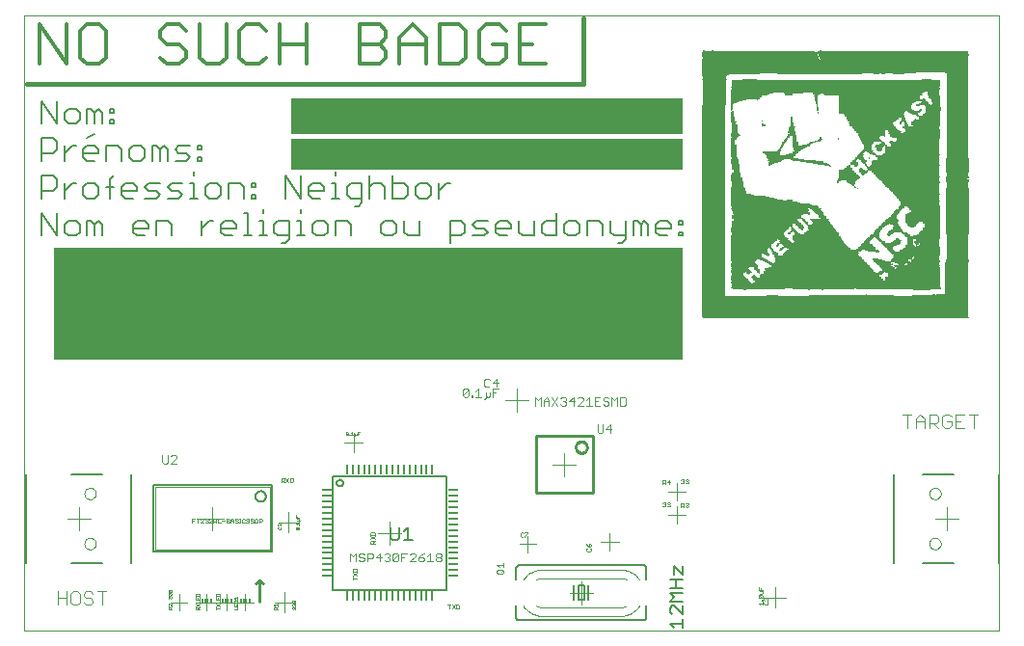
<source format=gto>
G75*
G70*
%OFA0B0*%
%FSLAX24Y24*%
%IPPOS*%
%LPD*%
%AMOC8*
5,1,8,0,0,1.08239X$1,22.5*
%
%ADD10C,0.0000*%
%ADD11C,0.0100*%
%ADD12C,0.0010*%
%ADD13C,0.0030*%
%ADD14C,0.0120*%
%ADD15C,0.0070*%
%ADD16C,0.0160*%
%ADD17R,2.1732X0.3858*%
%ADD18R,1.3543X0.1102*%
%ADD19R,0.9167X0.0033*%
%ADD20R,0.9200X0.0033*%
%ADD21R,0.9200X0.0033*%
%ADD22R,0.0767X0.0033*%
%ADD23R,0.0367X0.0033*%
%ADD24R,0.2966X0.0033*%
%ADD25R,0.1933X0.0033*%
%ADD26R,0.0767X0.0033*%
%ADD27R,0.0033X0.0033*%
%ADD28R,0.0100X0.0033*%
%ADD29R,0.1100X0.0033*%
%ADD30R,0.0833X0.0033*%
%ADD31R,0.0800X0.0033*%
%ADD32R,0.0800X0.0033*%
%ADD33R,0.0100X0.0033*%
%ADD34R,0.0066X0.0033*%
%ADD35R,0.0067X0.0033*%
%ADD36R,0.0600X0.0033*%
%ADD37R,0.1800X0.0033*%
%ADD38R,0.2134X0.0033*%
%ADD39R,0.2934X0.0033*%
%ADD40R,0.7267X0.0033*%
%ADD41R,0.7233X0.0033*%
%ADD42R,0.7233X0.0033*%
%ADD43R,0.0700X0.0033*%
%ADD44R,0.6466X0.0033*%
%ADD45R,0.0667X0.0033*%
%ADD46R,0.6433X0.0033*%
%ADD47R,0.0633X0.0033*%
%ADD48R,0.6400X0.0033*%
%ADD49R,0.0600X0.0033*%
%ADD50R,0.4500X0.0033*%
%ADD51R,0.1900X0.0033*%
%ADD52R,0.0567X0.0033*%
%ADD53R,0.4500X0.0033*%
%ADD54R,0.1900X0.0033*%
%ADD55R,0.0533X0.0033*%
%ADD56R,0.4467X0.0033*%
%ADD57R,0.0500X0.0033*%
%ADD58R,0.0200X0.0033*%
%ADD59R,0.4167X0.0033*%
%ADD60R,0.0467X0.0033*%
%ADD61R,0.0134X0.0033*%
%ADD62R,0.4133X0.0033*%
%ADD63R,0.1800X0.0033*%
%ADD64R,0.0433X0.0033*%
%ADD65R,0.0433X0.0033*%
%ADD66R,0.4233X0.0033*%
%ADD67R,0.1833X0.0033*%
%ADD68R,0.0033X0.0033*%
%ADD69R,0.4134X0.0033*%
%ADD70R,0.1833X0.0033*%
%ADD71R,0.0500X0.0033*%
%ADD72R,0.0167X0.0033*%
%ADD73R,0.3834X0.0033*%
%ADD74R,0.3800X0.0033*%
%ADD75R,0.2100X0.0033*%
%ADD76R,0.0133X0.0033*%
%ADD77R,0.3766X0.0033*%
%ADD78R,0.2033X0.0033*%
%ADD79R,0.3733X0.0033*%
%ADD80R,0.0166X0.0033*%
%ADD81R,0.3700X0.0033*%
%ADD82R,0.0467X0.0033*%
%ADD83R,0.1533X0.0033*%
%ADD84R,0.0166X0.0033*%
%ADD85R,0.3533X0.0033*%
%ADD86R,0.1500X0.0033*%
%ADD87R,0.0933X0.0033*%
%ADD88R,0.3433X0.0033*%
%ADD89R,0.1533X0.0033*%
%ADD90R,0.0933X0.0033*%
%ADD91R,0.3433X0.0033*%
%ADD92R,0.1567X0.0033*%
%ADD93R,0.0900X0.0033*%
%ADD94R,0.0233X0.0033*%
%ADD95R,0.1100X0.0033*%
%ADD96R,0.0867X0.0033*%
%ADD97R,0.0266X0.0033*%
%ADD98R,0.0833X0.0033*%
%ADD99R,0.0233X0.0033*%
%ADD100R,0.3167X0.0033*%
%ADD101R,0.0533X0.0033*%
%ADD102R,0.0200X0.0033*%
%ADD103R,0.3100X0.0033*%
%ADD104R,0.0634X0.0033*%
%ADD105R,0.0967X0.0033*%
%ADD106R,0.3067X0.0033*%
%ADD107R,0.0400X0.0033*%
%ADD108R,0.1000X0.0033*%
%ADD109R,0.0900X0.0033*%
%ADD110R,0.0267X0.0033*%
%ADD111R,0.3034X0.0033*%
%ADD112R,0.0333X0.0033*%
%ADD113R,0.0034X0.0033*%
%ADD114R,0.1167X0.0033*%
%ADD115R,0.3000X0.0033*%
%ADD116R,0.0700X0.0033*%
%ADD117R,0.0733X0.0033*%
%ADD118R,0.1133X0.0033*%
%ADD119R,0.2967X0.0033*%
%ADD120R,0.1067X0.0033*%
%ADD121R,0.2967X0.0033*%
%ADD122R,0.0667X0.0033*%
%ADD123R,0.0867X0.0033*%
%ADD124R,0.0733X0.0033*%
%ADD125R,0.1067X0.0033*%
%ADD126R,0.1600X0.0033*%
%ADD127R,0.2633X0.0033*%
%ADD128R,0.1633X0.0033*%
%ADD129R,0.0167X0.0033*%
%ADD130R,0.2600X0.0033*%
%ADD131R,0.1666X0.0033*%
%ADD132R,0.1300X0.0033*%
%ADD133R,0.2567X0.0033*%
%ADD134R,0.1700X0.0033*%
%ADD135R,0.1267X0.0033*%
%ADD136R,0.2533X0.0033*%
%ADD137R,0.1733X0.0033*%
%ADD138R,0.1267X0.0033*%
%ADD139R,0.2567X0.0033*%
%ADD140R,0.0367X0.0033*%
%ADD141R,0.1433X0.0033*%
%ADD142R,0.1400X0.0033*%
%ADD143R,0.2166X0.0033*%
%ADD144R,0.1300X0.0033*%
%ADD145R,0.0133X0.0033*%
%ADD146R,0.2167X0.0033*%
%ADD147R,0.0633X0.0033*%
%ADD148R,0.1266X0.0033*%
%ADD149R,0.1367X0.0033*%
%ADD150R,0.2300X0.0033*%
%ADD151R,0.0267X0.0033*%
%ADD152R,0.1233X0.0033*%
%ADD153R,0.2233X0.0033*%
%ADD154R,0.0466X0.0033*%
%ADD155R,0.0333X0.0033*%
%ADD156R,0.0334X0.0033*%
%ADD157R,0.1400X0.0033*%
%ADD158R,0.2200X0.0033*%
%ADD159R,0.0400X0.0033*%
%ADD160R,0.0466X0.0033*%
%ADD161R,0.0300X0.0033*%
%ADD162R,0.2200X0.0033*%
%ADD163R,0.1467X0.0033*%
%ADD164R,0.2333X0.0033*%
%ADD165R,0.1500X0.0033*%
%ADD166R,0.1733X0.0033*%
%ADD167R,0.0334X0.0033*%
%ADD168R,0.1567X0.0033*%
%ADD169R,0.0366X0.0033*%
%ADD170R,0.0234X0.0033*%
%ADD171R,0.1600X0.0033*%
%ADD172R,0.1700X0.0033*%
%ADD173R,0.1967X0.0033*%
%ADD174R,0.1166X0.0033*%
%ADD175R,0.1667X0.0033*%
%ADD176R,0.1867X0.0033*%
%ADD177R,0.1667X0.0033*%
%ADD178R,0.1200X0.0033*%
%ADD179R,0.1867X0.0033*%
%ADD180R,0.1566X0.0033*%
%ADD181R,0.0300X0.0033*%
%ADD182R,0.1233X0.0033*%
%ADD183R,0.0534X0.0033*%
%ADD184R,0.1000X0.0033*%
%ADD185R,0.0666X0.0033*%
%ADD186R,0.0034X0.0033*%
%ADD187R,0.0966X0.0033*%
%ADD188R,0.1967X0.0033*%
%ADD189R,0.0067X0.0033*%
%ADD190R,0.0866X0.0033*%
%ADD191R,0.0566X0.0033*%
%ADD192R,0.2100X0.0033*%
%ADD193R,0.0234X0.0033*%
%ADD194R,0.0566X0.0033*%
%ADD195R,0.2367X0.0033*%
%ADD196R,0.2334X0.0033*%
%ADD197R,0.0134X0.0033*%
%ADD198R,0.0434X0.0033*%
%ADD199R,0.0434X0.0033*%
%ADD200R,0.2233X0.0033*%
%ADD201R,0.0634X0.0033*%
%ADD202R,0.2434X0.0033*%
%ADD203R,0.2400X0.0033*%
%ADD204R,0.2400X0.0033*%
%ADD205R,0.1200X0.0033*%
%ADD206R,0.2433X0.0033*%
%ADD207R,0.2666X0.0033*%
%ADD208R,0.1133X0.0033*%
%ADD209R,0.2666X0.0033*%
%ADD210R,0.1066X0.0033*%
%ADD211R,0.2600X0.0033*%
%ADD212R,0.1033X0.0033*%
%ADD213R,0.2634X0.0033*%
%ADD214R,0.1033X0.0033*%
%ADD215R,0.2634X0.0033*%
%ADD216R,0.2667X0.0033*%
%ADD217R,0.3033X0.0033*%
%ADD218R,0.3033X0.0033*%
%ADD219R,0.2767X0.0033*%
%ADD220R,0.1333X0.0033*%
%ADD221R,0.2733X0.0033*%
%ADD222R,0.1333X0.0033*%
%ADD223R,0.2300X0.0033*%
%ADD224R,0.2133X0.0033*%
%ADD225R,0.1167X0.0033*%
%ADD226R,0.0066X0.0033*%
%ADD227R,0.2033X0.0033*%
%ADD228R,0.2067X0.0033*%
%ADD229R,0.0734X0.0033*%
%ADD230R,0.0734X0.0033*%
%ADD231R,0.2167X0.0033*%
%ADD232R,0.2267X0.0033*%
%ADD233R,0.2267X0.0033*%
%ADD234R,0.2500X0.0033*%
%ADD235R,0.2467X0.0033*%
%ADD236R,0.2500X0.0033*%
%ADD237R,0.2333X0.0033*%
%ADD238R,0.1066X0.0033*%
%ADD239R,0.2133X0.0033*%
%ADD240R,0.0934X0.0033*%
%ADD241R,0.0967X0.0033*%
%ADD242R,0.0266X0.0033*%
%ADD243R,0.1666X0.0033*%
%ADD244R,0.1766X0.0033*%
%ADD245R,0.1766X0.0033*%
%ADD246R,0.0966X0.0033*%
%ADD247R,0.1767X0.0033*%
%ADD248R,0.0766X0.0033*%
%ADD249R,0.2034X0.0033*%
%ADD250R,0.2034X0.0033*%
%ADD251R,0.2234X0.0033*%
%ADD252R,0.2534X0.0033*%
%ADD253R,0.0534X0.0033*%
%ADD254R,0.2534X0.0033*%
%ADD255R,0.3000X0.0033*%
%ADD256R,0.2767X0.0033*%
%ADD257R,0.2800X0.0033*%
%ADD258R,0.3367X0.0033*%
%ADD259R,0.3400X0.0033*%
%ADD260R,0.3833X0.0033*%
%ADD261R,0.6700X0.0033*%
%ADD262R,0.7200X0.0033*%
%ADD263R,0.2000X0.0033*%
%ADD264R,0.2933X0.0033*%
%ADD265R,0.7400X0.0033*%
%ADD266R,0.4067X0.0033*%
%ADD267R,0.5100X0.0033*%
%ADD268R,0.4033X0.0033*%
%ADD269R,0.5133X0.0033*%
%ADD270R,0.4033X0.0033*%
%ADD271R,0.5133X0.0033*%
%ADD272R,0.4000X0.0033*%
%ADD273R,0.5167X0.0033*%
%ADD274R,0.4000X0.0033*%
%ADD275R,0.5167X0.0033*%
%ADD276R,0.3867X0.0033*%
%ADD277R,0.5200X0.0033*%
%ADD278R,0.0059X0.0118*%
%ADD279R,0.0118X0.0118*%
%ADD280C,0.0060*%
%ADD281C,0.0020*%
%ADD282C,0.0050*%
%ADD283R,0.0110X0.0382*%
%ADD284R,0.0382X0.0110*%
%ADD285C,0.0040*%
D10*
X000128Y000229D02*
X000128Y021481D01*
X033828Y021481D01*
X033828Y000229D01*
X000128Y000229D01*
X002199Y003238D02*
X002201Y003265D01*
X002207Y003292D01*
X002216Y003318D01*
X002229Y003342D01*
X002245Y003365D01*
X002264Y003384D01*
X002286Y003401D01*
X002310Y003415D01*
X002335Y003425D01*
X002362Y003432D01*
X002389Y003435D01*
X002417Y003434D01*
X002444Y003429D01*
X002470Y003421D01*
X002494Y003409D01*
X002517Y003393D01*
X002538Y003375D01*
X002555Y003354D01*
X002570Y003330D01*
X002581Y003305D01*
X002589Y003279D01*
X002593Y003252D01*
X002593Y003224D01*
X002589Y003197D01*
X002581Y003171D01*
X002570Y003146D01*
X002555Y003122D01*
X002538Y003101D01*
X002517Y003083D01*
X002495Y003067D01*
X002470Y003055D01*
X002444Y003047D01*
X002417Y003042D01*
X002389Y003041D01*
X002362Y003044D01*
X002335Y003051D01*
X002310Y003061D01*
X002286Y003075D01*
X002264Y003092D01*
X002245Y003111D01*
X002229Y003134D01*
X002216Y003158D01*
X002207Y003184D01*
X002201Y003211D01*
X002199Y003238D01*
X002003Y003704D02*
X002003Y004504D01*
X001603Y004104D02*
X002403Y004104D01*
X002199Y004970D02*
X002201Y004997D01*
X002207Y005024D01*
X002216Y005050D01*
X002229Y005074D01*
X002245Y005097D01*
X002264Y005116D01*
X002286Y005133D01*
X002310Y005147D01*
X002335Y005157D01*
X002362Y005164D01*
X002389Y005167D01*
X002417Y005166D01*
X002444Y005161D01*
X002470Y005153D01*
X002494Y005141D01*
X002517Y005125D01*
X002538Y005107D01*
X002555Y005086D01*
X002570Y005062D01*
X002581Y005037D01*
X002589Y005011D01*
X002593Y004984D01*
X002593Y004956D01*
X002589Y004929D01*
X002581Y004903D01*
X002570Y004878D01*
X002555Y004854D01*
X002538Y004833D01*
X002517Y004815D01*
X002495Y004799D01*
X002470Y004787D01*
X002444Y004779D01*
X002417Y004774D01*
X002389Y004773D01*
X002362Y004776D01*
X002335Y004783D01*
X002310Y004793D01*
X002286Y004807D01*
X002264Y004824D01*
X002245Y004843D01*
X002229Y004866D01*
X002216Y004890D01*
X002207Y004916D01*
X002201Y004943D01*
X002199Y004970D01*
X006228Y004104D02*
X007028Y004104D01*
X006628Y003704D02*
X006628Y004504D01*
X008911Y003979D02*
X009594Y003979D01*
X009253Y003637D02*
X009253Y004321D01*
X012353Y003604D02*
X013153Y003604D01*
X012753Y003204D02*
X012753Y004004D01*
X011503Y006404D02*
X011503Y007054D01*
X011178Y006729D02*
X011828Y006729D01*
X016735Y008182D02*
X017535Y008182D01*
X017135Y007782D02*
X017135Y008582D01*
X018789Y006377D02*
X018789Y005577D01*
X018389Y005977D02*
X019189Y005977D01*
X022383Y005035D02*
X022974Y005035D01*
X022679Y004740D02*
X022679Y005331D01*
X022679Y004534D02*
X022679Y003942D01*
X022974Y004238D02*
X022383Y004238D01*
X020673Y003300D02*
X020054Y003300D01*
X020364Y002990D02*
X020364Y003610D01*
X019378Y001939D02*
X019378Y001139D01*
X018978Y001539D02*
X019778Y001539D01*
X017817Y003221D02*
X017241Y003221D01*
X017529Y002933D02*
X017529Y003509D01*
X009469Y001210D02*
X008786Y001210D01*
X009128Y000869D02*
X009128Y001552D01*
X008036Y001210D02*
X007469Y001210D01*
X007411Y001210D02*
X006844Y001210D01*
X006707Y001210D02*
X006140Y001210D01*
X006424Y000927D02*
X006424Y001494D01*
X005753Y001210D02*
X005187Y001210D01*
X005470Y000927D02*
X005470Y001494D01*
X007128Y001494D02*
X007128Y000927D01*
X007753Y000927D02*
X007753Y001494D01*
X025739Y001372D02*
X026435Y001372D01*
X026087Y001024D02*
X026087Y001720D01*
X031410Y003238D02*
X031412Y003265D01*
X031418Y003292D01*
X031427Y003318D01*
X031440Y003342D01*
X031456Y003365D01*
X031475Y003384D01*
X031497Y003401D01*
X031521Y003415D01*
X031546Y003425D01*
X031573Y003432D01*
X031600Y003435D01*
X031628Y003434D01*
X031655Y003429D01*
X031681Y003421D01*
X031705Y003409D01*
X031728Y003393D01*
X031749Y003375D01*
X031766Y003354D01*
X031781Y003330D01*
X031792Y003305D01*
X031800Y003279D01*
X031804Y003252D01*
X031804Y003224D01*
X031800Y003197D01*
X031792Y003171D01*
X031781Y003146D01*
X031766Y003122D01*
X031749Y003101D01*
X031728Y003083D01*
X031706Y003067D01*
X031681Y003055D01*
X031655Y003047D01*
X031628Y003042D01*
X031600Y003041D01*
X031573Y003044D01*
X031546Y003051D01*
X031521Y003061D01*
X031497Y003075D01*
X031475Y003092D01*
X031456Y003111D01*
X031440Y003134D01*
X031427Y003158D01*
X031418Y003184D01*
X031412Y003211D01*
X031410Y003238D01*
X032001Y003704D02*
X032001Y004504D01*
X031601Y004104D02*
X032401Y004104D01*
X031410Y004970D02*
X031412Y004997D01*
X031418Y005024D01*
X031427Y005050D01*
X031440Y005074D01*
X031456Y005097D01*
X031475Y005116D01*
X031497Y005133D01*
X031521Y005147D01*
X031546Y005157D01*
X031573Y005164D01*
X031600Y005167D01*
X031628Y005166D01*
X031655Y005161D01*
X031681Y005153D01*
X031705Y005141D01*
X031728Y005125D01*
X031749Y005107D01*
X031766Y005086D01*
X031781Y005062D01*
X031792Y005037D01*
X031800Y005011D01*
X031804Y004984D01*
X031804Y004956D01*
X031800Y004929D01*
X031792Y004903D01*
X031781Y004878D01*
X031766Y004854D01*
X031749Y004833D01*
X031728Y004815D01*
X031706Y004799D01*
X031681Y004787D01*
X031655Y004779D01*
X031628Y004774D01*
X031600Y004773D01*
X031573Y004776D01*
X031546Y004783D01*
X031521Y004793D01*
X031497Y004807D01*
X031475Y004824D01*
X031456Y004843D01*
X031440Y004866D01*
X031427Y004890D01*
X031418Y004916D01*
X031412Y004943D01*
X031410Y004970D01*
D11*
X019773Y004993D02*
X019773Y006961D01*
X017805Y006961D01*
X017805Y004993D01*
X019773Y004993D01*
X019183Y006568D02*
X019185Y006595D01*
X019191Y006622D01*
X019200Y006648D01*
X019213Y006672D01*
X019229Y006695D01*
X019248Y006714D01*
X019270Y006731D01*
X019294Y006745D01*
X019319Y006755D01*
X019346Y006762D01*
X019373Y006765D01*
X019401Y006764D01*
X019428Y006759D01*
X019454Y006751D01*
X019478Y006739D01*
X019501Y006723D01*
X019522Y006705D01*
X019539Y006684D01*
X019554Y006660D01*
X019565Y006635D01*
X019573Y006609D01*
X019577Y006582D01*
X019577Y006554D01*
X019573Y006527D01*
X019565Y006501D01*
X019554Y006476D01*
X019539Y006452D01*
X019522Y006431D01*
X019501Y006413D01*
X019479Y006397D01*
X019454Y006385D01*
X019428Y006377D01*
X019401Y006372D01*
X019373Y006371D01*
X019346Y006374D01*
X019319Y006381D01*
X019294Y006391D01*
X019270Y006405D01*
X019248Y006422D01*
X019229Y006441D01*
X019213Y006464D01*
X019200Y006488D01*
X019191Y006514D01*
X019185Y006541D01*
X019183Y006568D01*
X008378Y001854D02*
X008253Y001979D01*
X008128Y001854D01*
X008253Y001979D02*
X008253Y001229D01*
D12*
X008758Y001119D02*
X008796Y001080D01*
X008815Y001042D02*
X008834Y001023D01*
X008834Y000965D01*
X008873Y000965D02*
X008758Y000965D01*
X008758Y001023D01*
X008777Y001042D01*
X008815Y001042D01*
X008834Y001004D02*
X008873Y001042D01*
X008873Y001080D02*
X008873Y001157D01*
X008873Y001119D02*
X008758Y001119D01*
X009383Y001138D02*
X009402Y001157D01*
X009421Y001157D01*
X009440Y001138D01*
X009459Y001157D01*
X009478Y001157D01*
X009498Y001138D01*
X009498Y001100D01*
X009478Y001080D01*
X009478Y001042D02*
X009498Y001023D01*
X009498Y000985D01*
X009478Y000965D01*
X009440Y001004D02*
X009440Y001023D01*
X009459Y001042D01*
X009478Y001042D01*
X009440Y001023D02*
X009421Y001042D01*
X009402Y001042D01*
X009383Y001023D01*
X009383Y000985D01*
X009402Y000965D01*
X009402Y001080D02*
X009383Y001100D01*
X009383Y001138D01*
X009440Y001138D02*
X009440Y001119D01*
X009402Y001196D02*
X009383Y001215D01*
X009383Y001253D01*
X009402Y001272D01*
X009478Y001196D01*
X009498Y001215D01*
X009498Y001253D01*
X009478Y001272D01*
X009402Y001272D01*
X009402Y001196D02*
X009478Y001196D01*
X007498Y001196D02*
X007498Y001253D01*
X007478Y001272D01*
X007402Y001272D01*
X007383Y001253D01*
X007383Y001196D01*
X007498Y001196D01*
X007498Y001157D02*
X007498Y001080D01*
X007383Y001080D01*
X007383Y001157D01*
X007440Y001119D02*
X007440Y001080D01*
X007498Y001042D02*
X007498Y000965D01*
X007383Y000965D01*
X007421Y001311D02*
X007383Y001349D01*
X007498Y001349D01*
X007498Y001311D02*
X007498Y001387D01*
X006873Y001387D02*
X006873Y001311D01*
X006758Y001311D01*
X006758Y001387D01*
X006758Y001426D02*
X006758Y001483D01*
X006777Y001502D01*
X006853Y001502D01*
X006873Y001483D01*
X006873Y001426D01*
X006758Y001426D01*
X006815Y001349D02*
X006815Y001311D01*
X006873Y001272D02*
X006873Y001196D01*
X006758Y001196D01*
X006758Y001157D02*
X006873Y001080D01*
X006873Y001004D02*
X006758Y001004D01*
X006758Y001042D02*
X006758Y000965D01*
X006758Y001080D02*
X006873Y001157D01*
X006169Y001157D02*
X006054Y001080D01*
X006073Y001042D02*
X006111Y001042D01*
X006130Y001023D01*
X006130Y000965D01*
X006130Y001004D02*
X006169Y001042D01*
X006169Y001080D02*
X006054Y001157D01*
X006054Y001196D02*
X006169Y001196D01*
X006169Y001272D01*
X006169Y001311D02*
X006169Y001387D01*
X006169Y001426D02*
X006169Y001483D01*
X006150Y001502D01*
X006073Y001502D01*
X006054Y001483D01*
X006054Y001426D01*
X006169Y001426D01*
X006111Y001349D02*
X006111Y001311D01*
X006054Y001311D02*
X006169Y001311D01*
X006054Y001311D02*
X006054Y001387D01*
X006073Y001042D02*
X006054Y001023D01*
X006054Y000965D01*
X006169Y000965D01*
X005215Y000965D02*
X005105Y000965D01*
X005105Y001020D01*
X005123Y001039D01*
X005160Y001039D01*
X005178Y001020D01*
X005178Y000965D01*
X005178Y001002D02*
X005215Y001039D01*
X005215Y001076D02*
X005142Y001149D01*
X005123Y001149D01*
X005105Y001131D01*
X005105Y001094D01*
X005123Y001076D01*
X005215Y001076D02*
X005215Y001149D01*
X005197Y001340D02*
X005215Y001359D01*
X005215Y001395D01*
X005197Y001414D01*
X005178Y001414D01*
X005160Y001395D01*
X005160Y001377D01*
X005160Y001395D02*
X005142Y001414D01*
X005123Y001414D01*
X005105Y001395D01*
X005105Y001359D01*
X005123Y001340D01*
X005123Y001451D02*
X005105Y001469D01*
X005105Y001506D01*
X005123Y001524D01*
X005142Y001524D01*
X005160Y001506D01*
X005178Y001524D01*
X005197Y001524D01*
X005215Y001506D01*
X005215Y001469D01*
X005197Y001451D01*
X005160Y001488D02*
X005160Y001506D01*
X005123Y001561D02*
X005105Y001580D01*
X005105Y001616D01*
X005123Y001635D01*
X005197Y001561D01*
X005215Y001580D01*
X005215Y001616D01*
X005197Y001635D01*
X005123Y001635D01*
X005123Y001561D02*
X005197Y001561D01*
X005927Y003949D02*
X005927Y004099D01*
X006027Y004099D01*
X006074Y004099D02*
X006175Y004099D01*
X006124Y004099D02*
X006124Y003949D01*
X006222Y003949D02*
X006322Y004049D01*
X006322Y004074D01*
X006297Y004099D01*
X006247Y004099D01*
X006222Y004074D01*
X006222Y003949D02*
X006322Y003949D01*
X006369Y003974D02*
X006394Y003949D01*
X006444Y003949D01*
X006469Y003974D01*
X006469Y003999D01*
X006444Y004024D01*
X006419Y004024D01*
X006444Y004024D02*
X006469Y004049D01*
X006469Y004074D01*
X006444Y004099D01*
X006394Y004099D01*
X006369Y004074D01*
X006516Y004074D02*
X006541Y004099D01*
X006591Y004099D01*
X006617Y004074D01*
X006617Y004049D01*
X006516Y003949D01*
X006617Y003949D01*
X006664Y003949D02*
X006664Y004099D01*
X006739Y004099D01*
X006764Y004074D01*
X006764Y004024D01*
X006739Y003999D01*
X006664Y003999D01*
X006714Y003999D02*
X006764Y003949D01*
X006811Y003949D02*
X006911Y003949D01*
X006958Y004024D02*
X007058Y004024D01*
X007106Y004024D02*
X007181Y004024D01*
X007206Y003999D01*
X007206Y003974D01*
X007181Y003949D01*
X007106Y003949D01*
X007106Y004099D01*
X007181Y004099D01*
X007206Y004074D01*
X007206Y004049D01*
X007181Y004024D01*
X007253Y004024D02*
X007353Y004024D01*
X007353Y004049D02*
X007353Y003949D01*
X007400Y003974D02*
X007425Y003949D01*
X007475Y003949D01*
X007500Y003974D01*
X007500Y003999D01*
X007475Y004024D01*
X007425Y004024D01*
X007400Y004049D01*
X007400Y004074D01*
X007425Y004099D01*
X007475Y004099D01*
X007500Y004074D01*
X007548Y004099D02*
X007598Y004099D01*
X007573Y004099D02*
X007573Y003949D01*
X007548Y003949D02*
X007598Y003949D01*
X007646Y003974D02*
X007671Y003949D01*
X007721Y003949D01*
X007746Y003974D01*
X007793Y003974D02*
X007818Y003949D01*
X007868Y003949D01*
X007893Y003974D01*
X007893Y003999D01*
X007868Y004024D01*
X007818Y004024D01*
X007793Y004049D01*
X007793Y004074D01*
X007818Y004099D01*
X007868Y004099D01*
X007893Y004074D01*
X007941Y004074D02*
X007941Y004049D01*
X007966Y004024D01*
X008016Y004024D01*
X008041Y003999D01*
X008041Y003974D01*
X008016Y003949D01*
X007966Y003949D01*
X007941Y003974D01*
X007941Y004074D02*
X007966Y004099D01*
X008016Y004099D01*
X008041Y004074D01*
X008088Y004074D02*
X008088Y003974D01*
X008113Y003949D01*
X008163Y003949D01*
X008188Y003974D01*
X008188Y004074D01*
X008163Y004099D01*
X008113Y004099D01*
X008088Y004074D01*
X008235Y004099D02*
X008310Y004099D01*
X008335Y004074D01*
X008335Y004024D01*
X008310Y003999D01*
X008235Y003999D01*
X008235Y003949D02*
X008235Y004099D01*
X007746Y004074D02*
X007721Y004099D01*
X007671Y004099D01*
X007646Y004074D01*
X007646Y003974D01*
X007353Y004049D02*
X007303Y004099D01*
X007253Y004049D01*
X007253Y003949D01*
X006811Y003949D02*
X006811Y004099D01*
X005977Y004024D02*
X005927Y004024D01*
X008883Y003907D02*
X008883Y003868D01*
X008902Y003849D01*
X008902Y003811D02*
X008883Y003792D01*
X008883Y003753D01*
X008902Y003734D01*
X008978Y003734D01*
X008998Y003753D01*
X008998Y003792D01*
X008978Y003811D01*
X008998Y003849D02*
X008921Y003926D01*
X008902Y003926D01*
X008883Y003907D01*
X008998Y003926D02*
X008998Y003849D01*
X009508Y003792D02*
X009527Y003811D01*
X009603Y003734D01*
X009623Y003753D01*
X009623Y003792D01*
X009603Y003811D01*
X009527Y003811D01*
X009508Y003792D02*
X009508Y003753D01*
X009527Y003734D01*
X009603Y003734D01*
X009603Y003849D02*
X009603Y003868D01*
X009623Y003868D01*
X009623Y003849D01*
X009603Y003849D01*
X009623Y003907D02*
X009623Y003983D01*
X009623Y003945D02*
X009508Y003945D01*
X009546Y003907D01*
X009565Y004041D02*
X009603Y004041D01*
X009642Y004041D01*
X009661Y004022D01*
X009623Y004060D02*
X009623Y004079D01*
X009603Y004098D01*
X009565Y004098D01*
X009565Y004137D02*
X009565Y004175D01*
X009508Y004137D02*
X009508Y004214D01*
X009508Y004137D02*
X009623Y004137D01*
X009623Y004060D02*
X009603Y004041D01*
X009377Y005359D02*
X009402Y005384D01*
X009402Y005484D01*
X009377Y005509D01*
X009302Y005509D01*
X009302Y005359D01*
X009377Y005359D01*
X009255Y005359D02*
X009155Y005509D01*
X009108Y005484D02*
X009108Y005434D01*
X009083Y005409D01*
X009008Y005409D01*
X009058Y005409D02*
X009108Y005359D01*
X009155Y005359D02*
X009255Y005509D01*
X009108Y005484D02*
X009083Y005509D01*
X009008Y005509D01*
X009008Y005359D01*
X011240Y007003D02*
X011259Y006984D01*
X011297Y006984D01*
X011316Y007003D01*
X011316Y007080D01*
X011240Y007003D01*
X011240Y007080D01*
X011259Y007099D01*
X011297Y007099D01*
X011316Y007080D01*
X011355Y007003D02*
X011374Y007003D01*
X011374Y006984D01*
X011355Y006984D01*
X011355Y007003D01*
X011412Y006984D02*
X011489Y006984D01*
X011451Y006984D02*
X011451Y007099D01*
X011412Y007061D01*
X011547Y007042D02*
X011547Y007003D01*
X011547Y006965D01*
X011527Y006946D01*
X011566Y006984D02*
X011547Y007003D01*
X011566Y006984D02*
X011585Y006984D01*
X011604Y007003D01*
X011604Y007042D01*
X011642Y007042D02*
X011681Y007042D01*
X011719Y007099D02*
X011642Y007099D01*
X011642Y006984D01*
X012122Y003629D02*
X012097Y003604D01*
X012097Y003529D01*
X012248Y003529D01*
X012248Y003604D01*
X012223Y003629D01*
X012122Y003629D01*
X012097Y003482D02*
X012248Y003381D01*
X012248Y003334D02*
X012198Y003284D01*
X012198Y003309D02*
X012198Y003234D01*
X012248Y003234D02*
X012097Y003234D01*
X012097Y003309D01*
X012122Y003334D01*
X012172Y003334D01*
X012198Y003309D01*
X012097Y003381D02*
X012248Y003482D01*
X011598Y002379D02*
X011497Y002379D01*
X011472Y002354D01*
X011472Y002279D01*
X011623Y002279D01*
X011623Y002354D01*
X011598Y002379D01*
X011623Y002232D02*
X011472Y002131D01*
X011472Y002084D02*
X011472Y001984D01*
X011472Y002034D02*
X011623Y002034D01*
X011623Y002131D02*
X011472Y002232D01*
X014758Y001134D02*
X014858Y001134D01*
X014905Y001134D02*
X015005Y000984D01*
X015052Y000984D02*
X015127Y000984D01*
X015152Y001009D01*
X015152Y001109D01*
X015127Y001134D01*
X015052Y001134D01*
X015052Y000984D01*
X014905Y000984D02*
X015005Y001134D01*
X014808Y001134D02*
X014808Y000984D01*
X017309Y003476D02*
X017359Y003476D01*
X017384Y003501D01*
X017431Y003501D02*
X017431Y003476D01*
X017431Y003501D02*
X017532Y003601D01*
X017532Y003626D01*
X017431Y003626D01*
X017384Y003601D02*
X017359Y003626D01*
X017309Y003626D01*
X017284Y003601D01*
X017284Y003501D01*
X017309Y003476D01*
X019565Y003224D02*
X019590Y003174D01*
X019640Y003124D01*
X019640Y003199D01*
X019665Y003224D01*
X019690Y003224D01*
X019715Y003199D01*
X019715Y003149D01*
X019690Y003124D01*
X019640Y003124D01*
X019590Y003076D02*
X019565Y003051D01*
X019565Y003001D01*
X019590Y002976D01*
X019690Y002976D01*
X019715Y003001D01*
X019715Y003051D01*
X019690Y003076D01*
X022198Y004542D02*
X022223Y004517D01*
X022273Y004517D01*
X022298Y004542D01*
X022298Y004567D01*
X022273Y004592D01*
X022248Y004592D01*
X022273Y004592D02*
X022298Y004617D01*
X022298Y004642D01*
X022273Y004667D01*
X022223Y004667D01*
X022198Y004642D01*
X022345Y004642D02*
X022370Y004667D01*
X022420Y004667D01*
X022445Y004642D01*
X022445Y004617D01*
X022420Y004592D01*
X022445Y004567D01*
X022445Y004542D01*
X022420Y004517D01*
X022370Y004517D01*
X022345Y004542D01*
X022395Y004592D02*
X022420Y004592D01*
X022827Y004543D02*
X022903Y004543D01*
X022928Y004568D01*
X022928Y004618D01*
X022903Y004643D01*
X022827Y004643D01*
X022827Y004493D01*
X022877Y004543D02*
X022928Y004493D01*
X022975Y004518D02*
X023000Y004493D01*
X023050Y004493D01*
X023075Y004518D01*
X023075Y004543D01*
X023050Y004568D01*
X023025Y004568D01*
X023050Y004568D02*
X023075Y004593D01*
X023075Y004618D01*
X023050Y004643D01*
X023000Y004643D01*
X022975Y004618D01*
X023000Y005314D02*
X022975Y005339D01*
X023000Y005314D02*
X023050Y005314D01*
X023075Y005339D01*
X023075Y005364D01*
X023050Y005389D01*
X023025Y005389D01*
X023050Y005389D02*
X023075Y005414D01*
X023075Y005439D01*
X023050Y005464D01*
X023000Y005464D01*
X022975Y005439D01*
X022928Y005439D02*
X022928Y005414D01*
X022903Y005389D01*
X022928Y005364D01*
X022928Y005339D01*
X022903Y005314D01*
X022852Y005314D01*
X022827Y005339D01*
X022877Y005389D02*
X022903Y005389D01*
X022928Y005439D02*
X022903Y005464D01*
X022852Y005464D01*
X022827Y005439D01*
X022445Y005365D02*
X022345Y005365D01*
X022420Y005440D01*
X022420Y005290D01*
X022298Y005290D02*
X022248Y005340D01*
X022273Y005340D02*
X022198Y005340D01*
X022198Y005290D02*
X022198Y005440D01*
X022273Y005440D01*
X022298Y005415D01*
X022298Y005365D01*
X022273Y005340D01*
X025501Y001743D02*
X025501Y001642D01*
X025651Y001642D01*
X025651Y001595D02*
X025551Y001595D01*
X025576Y001642D02*
X025576Y001693D01*
X025651Y001595D02*
X025651Y001520D01*
X025626Y001495D01*
X025551Y001495D01*
X025526Y001448D02*
X025626Y001348D01*
X025651Y001373D01*
X025651Y001423D01*
X025626Y001448D01*
X025526Y001448D01*
X025501Y001423D01*
X025501Y001373D01*
X025526Y001348D01*
X025626Y001348D01*
X025626Y001299D02*
X025651Y001299D01*
X025651Y001274D01*
X025626Y001274D01*
X025626Y001299D01*
X025682Y001299D02*
X025682Y001349D01*
X025707Y001374D01*
X025732Y001374D01*
X025757Y001349D01*
X025782Y001374D01*
X025807Y001374D01*
X025832Y001349D01*
X025832Y001299D01*
X025807Y001274D01*
X025807Y001227D02*
X025832Y001202D01*
X025832Y001152D01*
X025807Y001127D01*
X025707Y001127D01*
X025682Y001152D01*
X025682Y001202D01*
X025707Y001227D01*
X025707Y001274D02*
X025682Y001299D01*
X025651Y001227D02*
X025651Y001127D01*
X025651Y001177D02*
X025501Y001177D01*
X025551Y001127D01*
X025757Y001324D02*
X025757Y001349D01*
D13*
X020374Y007063D02*
X020374Y007353D01*
X020229Y007208D01*
X020422Y007208D01*
X020127Y007111D02*
X020127Y007353D01*
X019934Y007353D02*
X019934Y007111D01*
X019982Y007063D01*
X020079Y007063D01*
X020127Y007111D01*
X020182Y008008D02*
X020134Y008056D01*
X020182Y008008D02*
X020279Y008008D01*
X020327Y008056D01*
X020327Y008105D01*
X020279Y008153D01*
X020182Y008153D01*
X020134Y008201D01*
X020134Y008250D01*
X020182Y008298D01*
X020279Y008298D01*
X020327Y008250D01*
X020428Y008298D02*
X020428Y008008D01*
X020622Y008008D02*
X020622Y008298D01*
X020525Y008201D01*
X020428Y008298D01*
X020723Y008298D02*
X020723Y008008D01*
X020868Y008008D01*
X020916Y008056D01*
X020916Y008250D01*
X020868Y008298D01*
X020723Y008298D01*
X020032Y008298D02*
X019839Y008298D01*
X019839Y008008D01*
X020032Y008008D01*
X019936Y008153D02*
X019839Y008153D01*
X019738Y008008D02*
X019544Y008008D01*
X019641Y008008D02*
X019641Y008298D01*
X019544Y008201D01*
X019443Y008201D02*
X019443Y008250D01*
X019395Y008298D01*
X019298Y008298D01*
X019250Y008250D01*
X019149Y008153D02*
X018955Y008153D01*
X019100Y008298D01*
X019100Y008008D01*
X019250Y008008D02*
X019443Y008201D01*
X019443Y008008D02*
X019250Y008008D01*
X018854Y008056D02*
X018854Y008105D01*
X018805Y008153D01*
X018757Y008153D01*
X018805Y008153D02*
X018854Y008201D01*
X018854Y008250D01*
X018805Y008298D01*
X018709Y008298D01*
X018660Y008250D01*
X018559Y008298D02*
X018366Y008008D01*
X018265Y008008D02*
X018265Y008201D01*
X018168Y008298D01*
X018071Y008201D01*
X018071Y008008D01*
X017970Y008008D02*
X017970Y008298D01*
X017873Y008201D01*
X017776Y008298D01*
X017776Y008008D01*
X018071Y008153D02*
X018265Y008153D01*
X018366Y008298D02*
X018559Y008008D01*
X018660Y008056D02*
X018709Y008008D01*
X018805Y008008D01*
X018854Y008056D01*
X016512Y008602D02*
X016318Y008602D01*
X016318Y008312D01*
X016217Y008360D02*
X016217Y008457D01*
X016217Y008360D02*
X016169Y008312D01*
X016120Y008312D01*
X016072Y008360D01*
X016072Y008264D01*
X016024Y008215D01*
X015923Y008312D02*
X015729Y008312D01*
X015826Y008312D02*
X015826Y008602D01*
X015729Y008505D01*
X015630Y008360D02*
X015630Y008312D01*
X015582Y008312D01*
X015582Y008360D01*
X015630Y008360D01*
X015481Y008360D02*
X015481Y008554D01*
X015287Y008360D01*
X015335Y008312D01*
X015432Y008312D01*
X015481Y008360D01*
X015481Y008554D02*
X015432Y008602D01*
X015335Y008602D01*
X015287Y008554D01*
X015287Y008360D01*
X016072Y008360D02*
X016072Y008457D01*
X016072Y008651D02*
X016169Y008651D01*
X016217Y008699D01*
X016318Y008796D02*
X016512Y008796D01*
X016464Y008941D02*
X016318Y008796D01*
X016217Y008892D02*
X016169Y008941D01*
X016072Y008941D01*
X016024Y008892D01*
X016024Y008699D01*
X016072Y008651D01*
X016318Y008457D02*
X016415Y008457D01*
X016464Y008651D02*
X016464Y008941D01*
X014484Y002909D02*
X014533Y002861D01*
X014533Y002813D01*
X014484Y002764D01*
X014387Y002764D01*
X014339Y002813D01*
X014339Y002861D01*
X014387Y002909D01*
X014484Y002909D01*
X014484Y002764D02*
X014533Y002716D01*
X014533Y002668D01*
X014484Y002619D01*
X014387Y002619D01*
X014339Y002668D01*
X014339Y002716D01*
X014387Y002764D01*
X014238Y002619D02*
X014044Y002619D01*
X014141Y002619D02*
X014141Y002909D01*
X014044Y002813D01*
X013943Y002909D02*
X013847Y002861D01*
X013750Y002764D01*
X013895Y002764D01*
X013943Y002716D01*
X013943Y002668D01*
X013895Y002619D01*
X013798Y002619D01*
X013750Y002668D01*
X013750Y002764D01*
X013649Y002813D02*
X013649Y002861D01*
X013600Y002909D01*
X013503Y002909D01*
X013455Y002861D01*
X013354Y002909D02*
X013160Y002909D01*
X013160Y002619D01*
X013059Y002668D02*
X013011Y002619D01*
X012914Y002619D01*
X012866Y002668D01*
X013059Y002861D01*
X013059Y002668D01*
X013160Y002764D02*
X013257Y002764D01*
X013059Y002861D02*
X013011Y002909D01*
X012914Y002909D01*
X012866Y002861D01*
X012866Y002668D01*
X012765Y002668D02*
X012716Y002619D01*
X012620Y002619D01*
X012571Y002668D01*
X012668Y002764D02*
X012716Y002764D01*
X012765Y002716D01*
X012765Y002668D01*
X012716Y002764D02*
X012765Y002813D01*
X012765Y002861D01*
X012716Y002909D01*
X012620Y002909D01*
X012571Y002861D01*
X012470Y002764D02*
X012277Y002764D01*
X012422Y002909D01*
X012422Y002619D01*
X012175Y002764D02*
X012127Y002716D01*
X011982Y002716D01*
X011982Y002619D02*
X011982Y002909D01*
X012127Y002909D01*
X012175Y002861D01*
X012175Y002764D01*
X011881Y002716D02*
X011881Y002668D01*
X011832Y002619D01*
X011736Y002619D01*
X011687Y002668D01*
X011736Y002764D02*
X011832Y002764D01*
X011881Y002716D01*
X011881Y002861D02*
X011832Y002909D01*
X011736Y002909D01*
X011687Y002861D01*
X011687Y002813D01*
X011736Y002764D01*
X011586Y002909D02*
X011586Y002619D01*
X011393Y002619D02*
X011393Y002909D01*
X011489Y002813D01*
X011586Y002909D01*
X013455Y002619D02*
X013649Y002813D01*
X013649Y002619D02*
X013455Y002619D01*
X005384Y006013D02*
X005190Y006013D01*
X005384Y006206D01*
X005384Y006255D01*
X005336Y006303D01*
X005239Y006303D01*
X005190Y006255D01*
X005089Y006303D02*
X005089Y006061D01*
X005041Y006013D01*
X004944Y006013D01*
X004896Y006061D01*
X004896Y006303D01*
D14*
X005034Y019817D02*
X004804Y020047D01*
X005034Y019817D02*
X005494Y019817D01*
X005724Y020047D01*
X005724Y020277D01*
X005494Y020507D01*
X005034Y020507D01*
X004804Y020737D01*
X004804Y020968D01*
X005034Y021198D01*
X005494Y021198D01*
X005724Y020968D01*
X006185Y021198D02*
X006185Y020047D01*
X006415Y019817D01*
X006875Y019817D01*
X007106Y020047D01*
X007106Y021198D01*
X007566Y020968D02*
X007566Y020047D01*
X007796Y019817D01*
X008256Y019817D01*
X008487Y020047D01*
X008947Y019817D02*
X008947Y021198D01*
X008487Y020968D02*
X008256Y021198D01*
X007796Y021198D01*
X007566Y020968D01*
X008947Y020507D02*
X009868Y020507D01*
X009868Y019817D02*
X009868Y021198D01*
X011709Y021198D02*
X012400Y021198D01*
X012630Y020968D01*
X012630Y020737D01*
X012400Y020507D01*
X011709Y020507D01*
X012400Y020507D02*
X012630Y020277D01*
X012630Y020047D01*
X012400Y019817D01*
X011709Y019817D01*
X011709Y021198D01*
X013091Y020737D02*
X013551Y021198D01*
X014011Y020737D01*
X014011Y019817D01*
X014472Y019817D02*
X015162Y019817D01*
X015393Y020047D01*
X015393Y020968D01*
X015162Y021198D01*
X014472Y021198D01*
X014472Y019817D01*
X014011Y020507D02*
X013091Y020507D01*
X013091Y020737D02*
X013091Y019817D01*
X015853Y020047D02*
X016083Y019817D01*
X016544Y019817D01*
X016774Y020047D01*
X016774Y020507D01*
X016313Y020507D01*
X015853Y020047D02*
X015853Y020968D01*
X016083Y021198D01*
X016544Y021198D01*
X016774Y020968D01*
X017234Y021198D02*
X017234Y019817D01*
X018155Y019817D01*
X017695Y020507D02*
X017234Y020507D01*
X017234Y021198D02*
X018155Y021198D01*
X002962Y020968D02*
X002962Y020047D01*
X002732Y019817D01*
X002271Y019817D01*
X002041Y020047D01*
X002041Y020968D01*
X002271Y021198D01*
X002732Y021198D01*
X002962Y020968D01*
X001581Y021198D02*
X001581Y019817D01*
X000660Y021198D01*
X000660Y019817D01*
D15*
X000714Y018541D02*
X001241Y017751D01*
X001241Y018541D01*
X001506Y018146D02*
X001506Y017882D01*
X001637Y017751D01*
X001901Y017751D01*
X002033Y017882D01*
X002033Y018146D01*
X001901Y018278D01*
X001637Y018278D01*
X001506Y018146D01*
X002297Y018278D02*
X002297Y017751D01*
X002561Y017751D02*
X002561Y018146D01*
X002693Y018278D01*
X002825Y018146D01*
X002825Y017751D01*
X003089Y017751D02*
X003089Y017882D01*
X003221Y017882D01*
X003221Y017751D01*
X003089Y017751D01*
X003089Y018146D02*
X003089Y018278D01*
X003221Y018278D01*
X003221Y018146D01*
X003089Y018146D01*
X002561Y018146D02*
X002429Y018278D01*
X002297Y018278D01*
X002561Y017383D02*
X002297Y017251D01*
X002297Y016988D02*
X002561Y016988D01*
X002693Y016856D01*
X002693Y016724D01*
X002166Y016724D01*
X002166Y016592D02*
X002166Y016856D01*
X002297Y016988D01*
X001901Y016988D02*
X001769Y016988D01*
X001506Y016724D01*
X001506Y016461D02*
X001506Y016988D01*
X001241Y017119D02*
X001241Y016856D01*
X001109Y016724D01*
X000714Y016724D01*
X000714Y016461D02*
X000714Y017251D01*
X001109Y017251D01*
X001241Y017119D01*
X000714Y017751D02*
X000714Y018541D01*
X002957Y016988D02*
X003353Y016988D01*
X003485Y016856D01*
X003485Y016461D01*
X003749Y016592D02*
X003881Y016461D01*
X004145Y016461D01*
X004276Y016592D01*
X004276Y016856D01*
X004145Y016988D01*
X003881Y016988D01*
X003749Y016856D01*
X003749Y016592D01*
X004541Y016461D02*
X004541Y016988D01*
X004673Y016988D01*
X004805Y016856D01*
X004936Y016988D01*
X005068Y016856D01*
X005068Y016461D01*
X004805Y016461D02*
X004805Y016856D01*
X005333Y016856D02*
X005465Y016988D01*
X005860Y016988D01*
X006125Y016988D02*
X006125Y016856D01*
X006257Y016856D01*
X006257Y016988D01*
X006125Y016988D01*
X006125Y016592D02*
X006125Y016461D01*
X006257Y016461D01*
X006257Y016592D01*
X006125Y016592D01*
X005860Y016592D02*
X005728Y016724D01*
X005465Y016724D01*
X005333Y016856D01*
X005333Y016461D02*
X005728Y016461D01*
X005860Y016592D01*
X005993Y016093D02*
X005993Y015961D01*
X005993Y015698D02*
X005993Y015171D01*
X006124Y015171D02*
X005861Y015171D01*
X005596Y015302D02*
X005464Y015434D01*
X005201Y015434D01*
X005069Y015566D01*
X005201Y015698D01*
X005596Y015698D01*
X005861Y015698D02*
X005993Y015698D01*
X006389Y015566D02*
X006389Y015302D01*
X006521Y015171D01*
X006784Y015171D01*
X006916Y015302D01*
X006916Y015566D01*
X006784Y015698D01*
X006521Y015698D01*
X006389Y015566D01*
X005596Y015302D02*
X005464Y015171D01*
X005069Y015171D01*
X004804Y015302D02*
X004673Y015434D01*
X004409Y015434D01*
X004277Y015566D01*
X004409Y015698D01*
X004804Y015698D01*
X004804Y015302D02*
X004673Y015171D01*
X004277Y015171D01*
X004012Y015434D02*
X003485Y015434D01*
X003485Y015302D02*
X003485Y015566D01*
X003617Y015698D01*
X003881Y015698D01*
X004012Y015566D01*
X004012Y015434D01*
X003881Y015171D02*
X003617Y015171D01*
X003485Y015302D01*
X003221Y015566D02*
X002957Y015566D01*
X002693Y015566D02*
X002693Y015302D01*
X002561Y015171D01*
X002297Y015171D01*
X002166Y015302D01*
X002166Y015566D01*
X002297Y015698D01*
X002561Y015698D01*
X002693Y015566D01*
X003089Y015829D02*
X003089Y015171D01*
X003089Y015829D02*
X003221Y015961D01*
X002957Y016461D02*
X002957Y016988D01*
X002561Y016461D02*
X002297Y016461D01*
X002166Y016592D01*
X001241Y015829D02*
X001241Y015566D01*
X001109Y015434D01*
X000714Y015434D01*
X000714Y015171D02*
X000714Y015961D01*
X001109Y015961D01*
X001241Y015829D01*
X001506Y015698D02*
X001506Y015171D01*
X001506Y015434D02*
X001769Y015698D01*
X001901Y015698D01*
X001241Y014671D02*
X001241Y013881D01*
X000714Y014671D01*
X000714Y013881D01*
X001506Y014012D02*
X001506Y014276D01*
X001637Y014408D01*
X001901Y014408D01*
X002033Y014276D01*
X002033Y014012D01*
X001901Y013881D01*
X001637Y013881D01*
X001506Y014012D01*
X002297Y013881D02*
X002297Y014408D01*
X002429Y014408D01*
X002561Y014276D01*
X002693Y014408D01*
X002825Y014276D01*
X002825Y013881D01*
X002561Y013881D02*
X002561Y014276D01*
X003881Y014276D02*
X003881Y014012D01*
X004013Y013881D01*
X004277Y013881D01*
X004408Y014144D02*
X003881Y014144D01*
X003881Y014276D02*
X004013Y014408D01*
X004277Y014408D01*
X004408Y014276D01*
X004408Y014144D01*
X004673Y013881D02*
X004673Y014408D01*
X005068Y014408D01*
X005200Y014276D01*
X005200Y013881D01*
X006257Y013881D02*
X006257Y014408D01*
X006520Y014408D02*
X006257Y014144D01*
X006520Y014408D02*
X006652Y014408D01*
X006917Y014276D02*
X006917Y014012D01*
X007049Y013881D01*
X007312Y013881D01*
X007444Y014144D02*
X006917Y014144D01*
X006917Y014276D02*
X007049Y014408D01*
X007312Y014408D01*
X007444Y014276D01*
X007444Y014144D01*
X007709Y013881D02*
X007972Y013881D01*
X007840Y013881D02*
X007840Y014671D01*
X007709Y014671D01*
X007708Y015171D02*
X007708Y015566D01*
X007576Y015698D01*
X007181Y015698D01*
X007181Y015171D01*
X007973Y015171D02*
X007973Y015302D01*
X008104Y015302D01*
X008104Y015171D01*
X007973Y015171D01*
X007973Y015566D02*
X007973Y015698D01*
X008104Y015698D01*
X008104Y015566D01*
X007973Y015566D01*
X009160Y015171D02*
X009160Y015961D01*
X009688Y015171D01*
X009688Y015961D01*
X009952Y015566D02*
X010084Y015698D01*
X010348Y015698D01*
X010479Y015566D01*
X010479Y015434D01*
X009952Y015434D01*
X009952Y015302D02*
X009952Y015566D01*
X009952Y015302D02*
X010084Y015171D01*
X010348Y015171D01*
X010744Y015171D02*
X011008Y015171D01*
X010876Y015171D02*
X010876Y015698D01*
X010744Y015698D01*
X010876Y015961D02*
X010876Y016093D01*
X011272Y015566D02*
X011272Y015302D01*
X011404Y015171D01*
X011799Y015171D01*
X011799Y015039D02*
X011799Y015698D01*
X011404Y015698D01*
X011272Y015566D01*
X012064Y015566D02*
X012196Y015698D01*
X012459Y015698D01*
X012591Y015566D01*
X012591Y015171D01*
X012856Y015171D02*
X013251Y015171D01*
X013383Y015302D01*
X013383Y015566D01*
X013251Y015698D01*
X012856Y015698D01*
X012856Y015961D02*
X012856Y015171D01*
X012064Y015171D02*
X012064Y015961D01*
X011799Y015039D02*
X011667Y014907D01*
X011536Y014907D01*
X011271Y014408D02*
X010876Y014408D01*
X010876Y013881D01*
X010611Y014012D02*
X010611Y014276D01*
X010480Y014408D01*
X010216Y014408D01*
X010084Y014276D01*
X010084Y014012D01*
X010216Y013881D01*
X010480Y013881D01*
X010611Y014012D01*
X011271Y014408D02*
X011403Y014276D01*
X011403Y013881D01*
X012460Y014012D02*
X012592Y013881D01*
X012855Y013881D01*
X012987Y014012D01*
X012987Y014276D01*
X012855Y014408D01*
X012592Y014408D01*
X012460Y014276D01*
X012460Y014012D01*
X013252Y014012D02*
X013384Y013881D01*
X013779Y013881D01*
X013779Y014408D01*
X013252Y014408D02*
X013252Y014012D01*
X014836Y013881D02*
X015231Y013881D01*
X015363Y014012D01*
X015363Y014276D01*
X015231Y014408D01*
X014836Y014408D01*
X014836Y013617D01*
X015627Y013881D02*
X016023Y013881D01*
X016155Y014012D01*
X016023Y014144D01*
X015759Y014144D01*
X015627Y014276D01*
X015759Y014408D01*
X016155Y014408D01*
X016419Y014276D02*
X016419Y014012D01*
X016551Y013881D01*
X016815Y013881D01*
X016946Y014144D02*
X016419Y014144D01*
X016419Y014276D02*
X016551Y014408D01*
X016815Y014408D01*
X016946Y014276D01*
X016946Y014144D01*
X017211Y014012D02*
X017211Y014408D01*
X017211Y014012D02*
X017343Y013881D01*
X017738Y013881D01*
X017738Y014408D01*
X018003Y014276D02*
X018003Y014012D01*
X018135Y013881D01*
X018530Y013881D01*
X018530Y014671D01*
X018530Y014408D02*
X018135Y014408D01*
X018003Y014276D01*
X018795Y014276D02*
X018795Y014012D01*
X018927Y013881D01*
X019190Y013881D01*
X019322Y014012D01*
X019322Y014276D01*
X019190Y014408D01*
X018927Y014408D01*
X018795Y014276D01*
X019587Y014408D02*
X019587Y013881D01*
X019587Y014408D02*
X019982Y014408D01*
X020114Y014276D01*
X020114Y013881D01*
X020379Y014012D02*
X020510Y013881D01*
X020906Y013881D01*
X020906Y013749D02*
X020774Y013617D01*
X020642Y013617D01*
X020906Y013749D02*
X020906Y014408D01*
X021171Y014408D02*
X021302Y014408D01*
X021434Y014276D01*
X021566Y014408D01*
X021698Y014276D01*
X021698Y013881D01*
X021434Y013881D02*
X021434Y014276D01*
X021171Y014408D02*
X021171Y013881D01*
X021962Y014012D02*
X021962Y014276D01*
X022094Y014408D01*
X022358Y014408D01*
X022490Y014276D01*
X022490Y014144D01*
X021962Y014144D01*
X021962Y014012D02*
X022094Y013881D01*
X022358Y013881D01*
X022754Y013881D02*
X022754Y014012D01*
X022886Y014012D01*
X022886Y013881D01*
X022754Y013881D01*
X022754Y014276D02*
X022754Y014408D01*
X022886Y014408D01*
X022886Y014276D01*
X022754Y014276D01*
X020379Y014408D02*
X020379Y014012D01*
X014835Y015698D02*
X014703Y015698D01*
X014440Y015434D01*
X014440Y015171D02*
X014440Y015698D01*
X014175Y015566D02*
X014175Y015302D01*
X014043Y015171D01*
X013779Y015171D01*
X013648Y015302D01*
X013648Y015566D01*
X013779Y015698D01*
X014043Y015698D01*
X014175Y015566D01*
X009688Y014803D02*
X009688Y014671D01*
X009688Y014408D02*
X009688Y013881D01*
X009556Y013881D02*
X009820Y013881D01*
X009292Y013881D02*
X008896Y013881D01*
X008764Y014012D01*
X008764Y014276D01*
X008896Y014408D01*
X009292Y014408D01*
X009292Y013749D01*
X009160Y013617D01*
X009028Y013617D01*
X008500Y013881D02*
X008237Y013881D01*
X008368Y013881D02*
X008368Y014408D01*
X008237Y014408D01*
X008368Y014671D02*
X008368Y014803D01*
X009556Y014408D02*
X009688Y014408D01*
D16*
X000206Y019127D02*
X019453Y019127D01*
X019453Y021410D01*
D17*
X012017Y011528D03*
D18*
X016112Y016686D03*
X016112Y017946D03*
X016112Y018103D03*
D19*
X028168Y011018D03*
D20*
X028151Y011052D03*
X028151Y011085D03*
X028151Y011152D03*
X028151Y011185D03*
X028151Y011252D03*
X028151Y011285D03*
X028151Y011352D03*
X028151Y011385D03*
X028151Y011452D03*
X028151Y011485D03*
X028151Y011552D03*
X028151Y011585D03*
X028151Y011652D03*
X028151Y011685D03*
X028151Y011752D03*
X028151Y019552D03*
X028151Y019585D03*
X028151Y019652D03*
X028151Y019685D03*
X028151Y019752D03*
X028151Y019785D03*
X028151Y019852D03*
X028151Y019885D03*
X028151Y020052D03*
X028151Y020152D03*
X028151Y020185D03*
D21*
X028151Y019918D03*
X028151Y019818D03*
X028151Y019718D03*
X028151Y019618D03*
X028151Y019518D03*
X028151Y011718D03*
X028151Y011618D03*
X028151Y011518D03*
X028151Y011418D03*
X028151Y011318D03*
X028151Y011218D03*
X028151Y011118D03*
D22*
X023935Y011785D03*
X023935Y011852D03*
X023935Y011885D03*
X023935Y011952D03*
X023935Y011985D03*
X023935Y012052D03*
X023935Y012085D03*
X023935Y012152D03*
X023935Y012185D03*
X023935Y012252D03*
X023935Y012285D03*
X023935Y012352D03*
X023935Y012385D03*
X023935Y012452D03*
X023935Y012485D03*
X023935Y012852D03*
X023935Y012885D03*
X023935Y012952D03*
X023935Y012985D03*
X023935Y013052D03*
X023935Y013085D03*
X023935Y013152D03*
X023935Y013185D03*
X023935Y013252D03*
X023935Y013285D03*
X023935Y013352D03*
X023935Y013385D03*
X023935Y013452D03*
X023935Y013485D03*
X023935Y013552D03*
X023935Y013585D03*
X023935Y013652D03*
X023935Y013685D03*
X023935Y013752D03*
X023935Y013785D03*
X023935Y013852D03*
X023935Y013885D03*
X023935Y014052D03*
X023935Y014085D03*
X023935Y014152D03*
X023935Y014185D03*
X023935Y014252D03*
X023935Y014285D03*
X023935Y014352D03*
X023935Y014385D03*
X023935Y014452D03*
X023935Y014485D03*
X023935Y014552D03*
X023935Y014585D03*
X023935Y014652D03*
X023935Y014685D03*
X023935Y015952D03*
X023935Y015985D03*
X023935Y017452D03*
X023935Y017485D03*
X023935Y017552D03*
X023935Y017585D03*
X023935Y017652D03*
X023935Y017685D03*
X023935Y017752D03*
X023935Y017785D03*
X023935Y017852D03*
X023935Y017885D03*
X023935Y017952D03*
X023935Y017985D03*
X023935Y018052D03*
X023935Y018085D03*
X023935Y018152D03*
X027068Y016452D03*
X032368Y016452D03*
X032368Y016485D03*
X032368Y016385D03*
X032368Y016352D03*
X032368Y016285D03*
X032368Y016252D03*
X032368Y016185D03*
X032368Y016152D03*
X032368Y016085D03*
X032368Y016052D03*
X032368Y015885D03*
X032368Y015852D03*
X032368Y015785D03*
X032368Y015752D03*
X032368Y015485D03*
X032368Y015452D03*
X032368Y015385D03*
X032368Y015352D03*
X032368Y015285D03*
X032368Y015252D03*
X032368Y015185D03*
X032368Y015152D03*
X032368Y015085D03*
X032368Y015052D03*
X032368Y014985D03*
X032368Y014952D03*
X032368Y014885D03*
X032368Y014852D03*
X032368Y014785D03*
X032368Y014752D03*
X032368Y014685D03*
X032368Y014652D03*
X032368Y014585D03*
X032368Y014552D03*
X032368Y014485D03*
X032368Y014452D03*
X032368Y014385D03*
X032368Y014352D03*
X032368Y014285D03*
X032368Y014252D03*
X032368Y014185D03*
X032368Y014152D03*
X032368Y014085D03*
X032368Y014052D03*
X032368Y013985D03*
X032368Y013952D03*
X032368Y012985D03*
X032368Y012952D03*
D23*
X029235Y013552D03*
X027468Y014785D03*
X024735Y015852D03*
X029268Y016785D03*
X029735Y016985D03*
X029268Y017052D03*
X030168Y017485D03*
X025968Y011785D03*
D24*
X027501Y013152D03*
X028701Y011785D03*
D25*
X031785Y011785D03*
X030785Y015652D03*
X030785Y016685D03*
X025518Y014052D03*
X025518Y013785D03*
D26*
X023935Y013818D03*
X023935Y013718D03*
X023935Y013618D03*
X023935Y013518D03*
X023935Y013418D03*
X023935Y013318D03*
X023935Y013218D03*
X023935Y013118D03*
X023935Y013018D03*
X023935Y012918D03*
X023935Y012418D03*
X023935Y012318D03*
X023935Y012218D03*
X023935Y012118D03*
X023935Y012018D03*
X023935Y011918D03*
X023935Y011818D03*
X023935Y014118D03*
X023935Y014218D03*
X023935Y014318D03*
X023935Y014418D03*
X023935Y014518D03*
X023935Y014618D03*
X023935Y014718D03*
X023935Y015918D03*
X023935Y016018D03*
X023935Y017518D03*
X023935Y017618D03*
X023935Y017718D03*
X023935Y017818D03*
X023935Y017918D03*
X023935Y018018D03*
X023935Y018118D03*
X032368Y016518D03*
X032368Y016418D03*
X032368Y016318D03*
X032368Y016218D03*
X032368Y016118D03*
X032368Y015718D03*
X032368Y015418D03*
X032368Y015318D03*
X032368Y015218D03*
X032368Y015118D03*
X032368Y015018D03*
X032368Y014918D03*
X032368Y014818D03*
X032368Y014718D03*
X032368Y014618D03*
X032368Y014518D03*
X032368Y014418D03*
X032368Y014318D03*
X032368Y014218D03*
X032368Y014118D03*
X032368Y014018D03*
X032368Y013918D03*
X032368Y013018D03*
D27*
X030968Y013518D03*
X029235Y011818D03*
X025168Y012518D03*
X029335Y016518D03*
X028268Y017218D03*
X027568Y018118D03*
X027535Y018318D03*
X025635Y017818D03*
D28*
X026668Y017718D03*
X026434Y017118D03*
X026301Y016918D03*
X026234Y016818D03*
X024601Y018018D03*
X024601Y018118D03*
X024601Y018418D03*
X027501Y018518D03*
X027501Y018618D03*
X030101Y017118D03*
X030601Y017718D03*
X031001Y018018D03*
X028768Y015618D03*
X027068Y014418D03*
X026568Y013918D03*
X026168Y013518D03*
X025934Y013418D03*
X026001Y013318D03*
X025501Y012618D03*
X031568Y011818D03*
D29*
X032201Y011818D03*
X031234Y014818D03*
D30*
X031368Y013885D03*
X031335Y013685D03*
X032335Y011852D03*
X024968Y012952D03*
X023968Y018385D03*
X023968Y018452D03*
X023968Y018485D03*
X023968Y018552D03*
X023968Y018585D03*
X023968Y018652D03*
X023968Y018685D03*
X023968Y018752D03*
X023968Y018785D03*
X023968Y018852D03*
X023968Y018885D03*
X023968Y018952D03*
X023968Y018985D03*
X023968Y019052D03*
X023968Y019085D03*
X023968Y019152D03*
X023968Y019185D03*
X023968Y019285D03*
X023968Y019352D03*
X032335Y019485D03*
D31*
X031384Y017985D03*
X024951Y015252D03*
X023951Y015252D03*
X023951Y015285D03*
X023951Y015352D03*
X023951Y015385D03*
X023951Y015452D03*
X023951Y015485D03*
X023951Y015552D03*
X023951Y015585D03*
X023951Y015652D03*
X023951Y015685D03*
X023951Y015752D03*
X023951Y015785D03*
X023951Y015852D03*
X023951Y015885D03*
X023951Y016052D03*
X023951Y016085D03*
X023951Y016152D03*
X023951Y016185D03*
X023951Y016252D03*
X023951Y016285D03*
X023951Y016352D03*
X023951Y016385D03*
X023951Y016452D03*
X023951Y016485D03*
X023951Y016552D03*
X023951Y016585D03*
X023951Y016652D03*
X023951Y016685D03*
X023951Y016752D03*
X023951Y016785D03*
X023951Y016852D03*
X023951Y016885D03*
X023951Y016952D03*
X023951Y016985D03*
X023951Y017052D03*
X023951Y017085D03*
X023951Y017152D03*
X023951Y017185D03*
X023951Y017252D03*
X023951Y017285D03*
X023951Y017352D03*
X023951Y017385D03*
X023951Y018185D03*
X023951Y018252D03*
X023951Y018285D03*
X023951Y018352D03*
X023951Y015185D03*
X023951Y015152D03*
X023951Y015085D03*
X023951Y015052D03*
X023951Y014985D03*
X023951Y014952D03*
X023951Y014885D03*
X023951Y014852D03*
X023951Y014785D03*
X023951Y014752D03*
X023951Y013985D03*
X023951Y013952D03*
X023951Y012785D03*
X023951Y012752D03*
X023951Y012685D03*
X023951Y012652D03*
X023951Y012585D03*
X023951Y012552D03*
X031351Y013485D03*
X032351Y012885D03*
X032351Y012852D03*
X032351Y012785D03*
X032351Y012752D03*
X032351Y012685D03*
X032351Y012652D03*
X032351Y012585D03*
X032351Y012552D03*
X032351Y012485D03*
X032351Y012452D03*
X032351Y012385D03*
X032351Y012352D03*
X032351Y012285D03*
X032351Y012252D03*
X032351Y012185D03*
X032351Y012152D03*
X032351Y012085D03*
X032351Y012052D03*
X032351Y011985D03*
X032351Y011952D03*
X032351Y011885D03*
D32*
X032351Y011918D03*
X032351Y012018D03*
X032351Y012118D03*
X032351Y012218D03*
X032351Y012318D03*
X032351Y012418D03*
X032351Y012518D03*
X032351Y012618D03*
X032351Y012718D03*
X032351Y012818D03*
X032351Y012918D03*
X031351Y013718D03*
X027351Y016418D03*
X023951Y016418D03*
X023951Y016318D03*
X023951Y016218D03*
X023951Y016118D03*
X023951Y015818D03*
X023951Y015718D03*
X023951Y015618D03*
X023951Y015518D03*
X023951Y015418D03*
X023951Y015318D03*
X023951Y015218D03*
X023951Y015118D03*
X023951Y015018D03*
X023951Y014918D03*
X023951Y014818D03*
X023951Y014018D03*
X023951Y013918D03*
X023951Y012818D03*
X023951Y012718D03*
X023951Y012618D03*
X023951Y012518D03*
X023951Y016518D03*
X023951Y016618D03*
X023951Y016718D03*
X023951Y016818D03*
X023951Y016918D03*
X023951Y017018D03*
X023951Y017118D03*
X023951Y017218D03*
X023951Y017318D03*
X023951Y017418D03*
X023951Y018218D03*
X023951Y018318D03*
D33*
X024601Y018085D03*
X024601Y018052D03*
X024601Y017985D03*
X026368Y017052D03*
X026334Y016985D03*
X026434Y017152D03*
X026468Y017185D03*
X026534Y017252D03*
X026534Y017285D03*
X026668Y017652D03*
X026668Y017685D03*
X026668Y017752D03*
X027501Y018552D03*
X027501Y018585D03*
X027501Y018652D03*
X029801Y017085D03*
X030434Y017785D03*
X030568Y017785D03*
X030601Y017752D03*
X031101Y018185D03*
X028868Y016485D03*
X028868Y016252D03*
X029168Y016352D03*
X027168Y014285D03*
X027101Y014352D03*
X027068Y014385D03*
X027001Y014085D03*
X026634Y013985D03*
X026568Y013952D03*
X026301Y013385D03*
X026268Y013352D03*
X025968Y013385D03*
X025501Y012585D03*
X025034Y011985D03*
X030301Y013752D03*
X031001Y013552D03*
D34*
X028251Y015685D03*
X028651Y016285D03*
X029051Y016185D03*
X029251Y016252D03*
X027651Y017252D03*
X026651Y017785D03*
X026651Y017852D03*
X026651Y017885D03*
X026651Y017952D03*
X027551Y018185D03*
X027551Y018252D03*
X027551Y018285D03*
X026251Y016852D03*
X027251Y014585D03*
X026651Y014152D03*
X026151Y013485D03*
X025351Y012485D03*
X027251Y011985D03*
X027651Y020252D03*
D35*
X027518Y018485D03*
X027518Y018452D03*
X026318Y016952D03*
X026285Y016885D03*
X025885Y016285D03*
X027985Y016252D03*
X028785Y015585D03*
X029118Y015952D03*
X029218Y016285D03*
X029918Y016952D03*
X027185Y014252D03*
X026185Y013552D03*
X025985Y013352D03*
X027718Y011985D03*
X030018Y013852D03*
X024618Y018152D03*
X024585Y018252D03*
X024585Y018285D03*
X024585Y018352D03*
X024585Y018385D03*
X023618Y020252D03*
D36*
X025951Y016752D03*
X027451Y016385D03*
X028584Y015985D03*
X027618Y014385D03*
X027651Y014352D03*
X030451Y012952D03*
X031151Y011985D03*
X031484Y014085D03*
X031484Y014285D03*
X031484Y018052D03*
D37*
X029451Y017918D03*
X025518Y012018D03*
D38*
X027751Y012018D03*
D39*
X030351Y012018D03*
D40*
X028185Y012052D03*
D41*
X028168Y012085D03*
X028168Y012152D03*
X028168Y012185D03*
X028168Y018952D03*
X028168Y019052D03*
X028168Y019085D03*
X028168Y019152D03*
X028168Y019185D03*
D42*
X028168Y019218D03*
X028168Y019118D03*
X028168Y019018D03*
X028168Y018918D03*
X028168Y012118D03*
D43*
X031401Y013518D03*
X028634Y015918D03*
X024901Y012618D03*
X024901Y012218D03*
D44*
X028551Y012218D03*
D45*
X030485Y013085D03*
X030085Y013585D03*
X029218Y013385D03*
X027685Y014252D03*
X028585Y015785D03*
X031418Y013585D03*
X031418Y013552D03*
X024885Y012652D03*
X024885Y012252D03*
X026718Y018785D03*
D46*
X028568Y012252D03*
D47*
X030368Y012985D03*
X031468Y014052D03*
X027668Y014285D03*
X024868Y012752D03*
X024868Y012685D03*
X024868Y012285D03*
D48*
X028584Y012285D03*
D49*
X030384Y013018D03*
X031484Y014118D03*
X031484Y014318D03*
X028584Y016018D03*
X024851Y012718D03*
X024851Y012318D03*
D50*
X027568Y012318D03*
D51*
X025501Y014018D03*
X030801Y015618D03*
X030834Y012418D03*
X030834Y012318D03*
D52*
X029235Y013452D03*
X030068Y013552D03*
X026968Y016952D03*
X024835Y012352D03*
D53*
X027568Y012352D03*
D54*
X030834Y012352D03*
X030834Y012385D03*
X030834Y012585D03*
D55*
X029885Y012852D03*
X024818Y012385D03*
X024818Y015352D03*
X024818Y015385D03*
X025985Y016685D03*
X024818Y018552D03*
X031518Y018352D03*
D56*
X027518Y012385D03*
D57*
X024801Y012418D03*
X024801Y015418D03*
X026934Y016918D03*
X030068Y014318D03*
X031534Y018118D03*
X031534Y018318D03*
D58*
X030518Y017818D03*
X029784Y017018D03*
X029684Y016818D03*
X029418Y016718D03*
X029018Y016618D03*
X029084Y016118D03*
X027551Y017118D03*
X026784Y017018D03*
X024651Y017218D03*
X024684Y017618D03*
X024651Y016618D03*
X026718Y014018D03*
X026851Y013918D03*
X025351Y012418D03*
X029251Y013618D03*
X029318Y013718D03*
X029618Y014018D03*
X030051Y013918D03*
X030118Y013318D03*
X030318Y014718D03*
D59*
X027635Y012418D03*
D60*
X029418Y013352D03*
X029918Y012785D03*
X024785Y012452D03*
X030885Y018152D03*
D61*
X029051Y016685D03*
X029151Y016385D03*
X029051Y016152D03*
X027651Y017185D03*
X026751Y017185D03*
X026751Y017152D03*
X026751Y017252D03*
X026751Y017285D03*
X024651Y017752D03*
X029651Y013752D03*
X026051Y013285D03*
X025151Y012552D03*
X025351Y012452D03*
D62*
X027618Y012452D03*
X027618Y012485D03*
D63*
X030884Y012485D03*
X030884Y012452D03*
X025451Y015085D03*
X030884Y017385D03*
D64*
X031568Y018652D03*
X031568Y018685D03*
X030335Y019452D03*
X024768Y015685D03*
X024768Y015652D03*
X024768Y015585D03*
X024768Y015552D03*
X024768Y012552D03*
X024768Y012485D03*
D65*
X024768Y012518D03*
X026435Y013618D03*
X024768Y015618D03*
X024768Y015718D03*
X026068Y016418D03*
X027735Y016318D03*
X029868Y012818D03*
D66*
X027668Y012518D03*
D67*
X025468Y013918D03*
X030868Y012518D03*
X030835Y015518D03*
D68*
X029335Y016552D03*
X028268Y017185D03*
X027568Y018085D03*
X027535Y018352D03*
X027535Y018385D03*
X025468Y018552D03*
X024568Y018185D03*
X028835Y015552D03*
X028935Y015485D03*
X029868Y017285D03*
X030935Y017885D03*
X025835Y013152D03*
X025535Y012552D03*
X030135Y012885D03*
D69*
X027751Y012552D03*
D70*
X025468Y013885D03*
X025468Y013952D03*
X030868Y012552D03*
D71*
X029968Y012752D03*
X029834Y012885D03*
X024801Y012585D03*
X024801Y015452D03*
X024801Y015485D03*
X026068Y016452D03*
X026001Y016652D03*
X027634Y016352D03*
X031201Y018385D03*
X031534Y018152D03*
X025201Y019252D03*
D72*
X024635Y018452D03*
X024635Y017785D03*
X024668Y017685D03*
X024668Y017652D03*
X024635Y017185D03*
X024635Y016985D03*
X024635Y016952D03*
X024635Y016885D03*
X024635Y016852D03*
X024635Y016785D03*
X024635Y016752D03*
X026768Y017052D03*
X026768Y017085D03*
X027368Y017085D03*
X029035Y016652D03*
X029135Y016452D03*
X028735Y015652D03*
X030268Y014685D03*
X030268Y014652D03*
X030335Y014752D03*
X029735Y014152D03*
X029668Y014085D03*
X029368Y013785D03*
X029335Y013752D03*
X029768Y013652D03*
X030535Y013952D03*
X030635Y013885D03*
X030735Y013652D03*
X029535Y013052D03*
X029735Y012585D03*
X026968Y014152D03*
X026935Y014185D03*
X026068Y013252D03*
X025435Y012685D03*
X025168Y012585D03*
D73*
X027601Y012585D03*
D74*
X027584Y012618D03*
D75*
X025634Y014218D03*
X030701Y015818D03*
X030734Y012618D03*
D76*
X030985Y013585D03*
X030818Y014152D03*
X030018Y013885D03*
X029718Y013685D03*
X029618Y013785D03*
X026818Y013952D03*
X026785Y013985D03*
X026685Y014085D03*
X025485Y012652D03*
X028285Y015752D03*
X028618Y016252D03*
X028885Y016285D03*
X028818Y016452D03*
X029118Y016752D03*
X029685Y016785D03*
X029118Y015985D03*
X027618Y017152D03*
X026385Y017085D03*
X026218Y016785D03*
X025685Y017652D03*
X025685Y017685D03*
X024618Y017852D03*
X024618Y017885D03*
X024618Y017952D03*
X024618Y017152D03*
X024618Y017085D03*
X024618Y017052D03*
X027485Y018685D03*
X030618Y017685D03*
X031018Y018352D03*
D77*
X027601Y012652D03*
D78*
X025568Y014152D03*
X030768Y012685D03*
X030768Y012652D03*
X030735Y015752D03*
X029535Y017952D03*
D79*
X027585Y012685D03*
D80*
X029801Y013618D03*
X029701Y014118D03*
X030301Y013718D03*
X028601Y016218D03*
X028801Y016418D03*
X030501Y017918D03*
X027501Y018718D03*
X025901Y016318D03*
X025401Y012718D03*
D81*
X027568Y012718D03*
D82*
X029985Y012718D03*
X028518Y016118D03*
X024785Y015518D03*
D83*
X030985Y012918D03*
X031018Y012718D03*
D84*
X029601Y013285D03*
X030401Y014785D03*
X029501Y016652D03*
X029801Y017052D03*
X030601Y017652D03*
X030501Y017852D03*
X030501Y017885D03*
X029801Y019452D03*
X027301Y017052D03*
X026701Y014052D03*
X026101Y013185D03*
X025801Y013185D03*
X025401Y012752D03*
D85*
X027618Y012752D03*
D86*
X031034Y012752D03*
X025301Y015152D03*
X029501Y017585D03*
X029534Y017552D03*
D87*
X027685Y014085D03*
X025018Y012785D03*
X031318Y013852D03*
D88*
X027635Y012785D03*
X027568Y012852D03*
X027535Y012885D03*
D89*
X025318Y013652D03*
X030985Y012785D03*
X030985Y015252D03*
X029418Y017652D03*
X029418Y017685D03*
X029385Y017752D03*
D90*
X029418Y017318D03*
X024018Y019418D03*
X025018Y012818D03*
D91*
X027635Y012818D03*
D92*
X030968Y012818D03*
D93*
X031301Y013052D03*
X025001Y012852D03*
X031334Y017852D03*
D94*
X031235Y018485D03*
X029568Y019452D03*
X026635Y017552D03*
X026635Y017485D03*
X026668Y017385D03*
X026835Y016785D03*
X025935Y016352D03*
X024735Y016085D03*
X024735Y016052D03*
X024668Y016552D03*
X024668Y017252D03*
X024668Y017452D03*
X024668Y017485D03*
X024668Y017552D03*
X024668Y017585D03*
X027868Y016285D03*
X029068Y016485D03*
X029335Y016752D03*
X029668Y016852D03*
X029668Y016885D03*
X026568Y015085D03*
X027635Y014585D03*
X027668Y014552D03*
X027735Y014452D03*
X026868Y014252D03*
X025735Y012985D03*
X030068Y013952D03*
X030268Y014185D03*
X030735Y013585D03*
X030735Y013552D03*
X030435Y012852D03*
D95*
X031201Y012852D03*
X031201Y012885D03*
D96*
X031318Y013085D03*
X031318Y013652D03*
X024985Y012985D03*
X024985Y012885D03*
X023985Y019252D03*
X023985Y019385D03*
D97*
X026551Y018752D03*
X026651Y017452D03*
X026651Y017352D03*
X027151Y016985D03*
X030151Y014485D03*
X030451Y012885D03*
X031251Y018452D03*
X031651Y018452D03*
D98*
X023968Y018418D03*
X023968Y018518D03*
X023968Y018618D03*
X023968Y018718D03*
X023968Y018818D03*
X023968Y018918D03*
X023968Y019018D03*
X023968Y019118D03*
X023968Y019218D03*
X023968Y019318D03*
X024968Y012918D03*
D99*
X025868Y012918D03*
X029568Y013918D03*
X029835Y014218D03*
X030168Y014518D03*
X030235Y014218D03*
X030735Y013718D03*
X030035Y013418D03*
X024735Y016118D03*
X024668Y016518D03*
X024668Y017418D03*
X024668Y017518D03*
X026635Y017518D03*
D100*
X027635Y012918D03*
D101*
X029818Y012918D03*
X024818Y015318D03*
D102*
X024651Y016585D03*
X024651Y016652D03*
X024651Y016685D03*
X026784Y016752D03*
X026784Y016985D03*
X026651Y017585D03*
X029018Y016585D03*
X029451Y016685D03*
X030918Y018052D03*
X030451Y014852D03*
X030218Y014585D03*
X030184Y014552D03*
X029784Y014185D03*
X029651Y014052D03*
X029618Y013985D03*
X029584Y013952D03*
X029284Y013685D03*
X029251Y013652D03*
X030051Y013385D03*
X030084Y013352D03*
X030751Y013685D03*
X030651Y013852D03*
X025818Y012952D03*
D103*
X027634Y012952D03*
D104*
X029801Y012952D03*
X028601Y015952D03*
D105*
X031268Y012952D03*
X025035Y018585D03*
D106*
X027618Y012985D03*
D107*
X026418Y013652D03*
X024751Y015752D03*
X024751Y015785D03*
X026918Y016885D03*
X029284Y017085D03*
X031551Y018752D03*
X031551Y018785D03*
X030818Y014285D03*
X030284Y014052D03*
X029684Y012985D03*
D108*
X031284Y012985D03*
X031284Y017685D03*
X031284Y017752D03*
X031284Y017785D03*
D109*
X027668Y014118D03*
X025001Y013018D03*
X031301Y013018D03*
D110*
X030285Y014118D03*
X027618Y014618D03*
X025685Y013018D03*
X024718Y016218D03*
X024685Y016418D03*
X028818Y016318D03*
X029285Y016918D03*
D111*
X027601Y013018D03*
D112*
X029518Y013818D03*
X029618Y013018D03*
X024718Y015918D03*
X024718Y017318D03*
X029285Y017018D03*
X031218Y018418D03*
D113*
X030401Y017718D03*
X030801Y013018D03*
D114*
X027668Y013952D03*
X025135Y013052D03*
D115*
X027584Y013052D03*
X029784Y018552D03*
D116*
X029334Y017252D03*
X029368Y017185D03*
X029401Y017152D03*
X024901Y015285D03*
X030468Y013052D03*
X031434Y013985D03*
D117*
X031418Y013952D03*
X032385Y013885D03*
X032385Y013852D03*
X032385Y013785D03*
X032385Y013752D03*
X032385Y013685D03*
X032385Y013652D03*
X032385Y013585D03*
X032385Y013552D03*
X032385Y013485D03*
X032385Y013452D03*
X032385Y013385D03*
X032385Y013352D03*
X032385Y013285D03*
X032385Y013252D03*
X032385Y013185D03*
X032385Y013152D03*
X032385Y013085D03*
X032385Y013052D03*
X032385Y015552D03*
X032385Y015585D03*
X032385Y015652D03*
X032385Y015685D03*
X032385Y015952D03*
X032385Y015985D03*
X032385Y016552D03*
X032385Y016585D03*
X032385Y016652D03*
X032385Y016685D03*
X032385Y016752D03*
X032385Y016785D03*
X032385Y016852D03*
X032385Y016885D03*
X032385Y016952D03*
X032385Y016985D03*
X032385Y017052D03*
X032385Y017085D03*
X032385Y017152D03*
X032385Y017185D03*
X032385Y017252D03*
X032385Y017285D03*
X032385Y017352D03*
X032385Y017385D03*
X032385Y017452D03*
X032385Y017485D03*
X032385Y017552D03*
X032385Y017585D03*
X032385Y017652D03*
X032385Y017685D03*
X032385Y017752D03*
X032385Y017785D03*
X032385Y017852D03*
X032385Y017885D03*
X032385Y017952D03*
X032385Y017985D03*
X032385Y018052D03*
X032385Y018085D03*
X032385Y018152D03*
X032385Y018185D03*
X032385Y018252D03*
X032385Y018285D03*
X032385Y018352D03*
X032385Y018385D03*
X032385Y018452D03*
X032385Y018485D03*
X032385Y018552D03*
X032385Y018585D03*
X032385Y018652D03*
X032385Y018685D03*
X032385Y018752D03*
X032385Y018785D03*
X032385Y018852D03*
X032385Y018885D03*
X032385Y018952D03*
X032385Y018985D03*
X032385Y019052D03*
X032385Y019085D03*
X032385Y019152D03*
X032385Y019185D03*
X032385Y019252D03*
X032385Y019285D03*
X032385Y019352D03*
X032385Y019385D03*
X032385Y019452D03*
D118*
X031218Y014852D03*
X025118Y013085D03*
D119*
X027568Y013085D03*
X026035Y014885D03*
D120*
X025085Y013218D03*
X025085Y013118D03*
D121*
X027535Y013118D03*
D122*
X030518Y013118D03*
D123*
X031318Y013118D03*
X031318Y013618D03*
X027618Y014218D03*
D124*
X028618Y015818D03*
X029418Y017118D03*
X031418Y017918D03*
X032385Y017918D03*
X032385Y017818D03*
X032385Y017718D03*
X032385Y017618D03*
X032385Y017518D03*
X032385Y017418D03*
X032385Y017318D03*
X032385Y017218D03*
X032385Y017118D03*
X032385Y017018D03*
X032385Y016918D03*
X032385Y016818D03*
X032385Y016718D03*
X032385Y016618D03*
X032385Y016018D03*
X032385Y015918D03*
X032385Y015618D03*
X032385Y015518D03*
X032385Y013818D03*
X032385Y013718D03*
X032385Y013618D03*
X032385Y013518D03*
X032385Y013418D03*
X032385Y013318D03*
X032385Y013218D03*
X032385Y013118D03*
X031418Y013918D03*
X032385Y018018D03*
X032385Y018118D03*
X032385Y018218D03*
X032385Y018318D03*
X032385Y018418D03*
X032385Y018518D03*
X032385Y018618D03*
X032385Y018718D03*
X032385Y018818D03*
X032385Y018918D03*
X032385Y019018D03*
X032385Y019118D03*
X032385Y019218D03*
X032385Y019318D03*
X032385Y019418D03*
D125*
X025085Y018685D03*
X025085Y018652D03*
X027685Y013985D03*
X025085Y013185D03*
X025085Y013152D03*
D126*
X027484Y013852D03*
X030951Y013152D03*
D127*
X027635Y013185D03*
D128*
X030968Y013185D03*
X030935Y015352D03*
D129*
X030435Y014818D03*
X030235Y014618D03*
X030568Y013918D03*
X030735Y013618D03*
X029135Y016018D03*
X029135Y016418D03*
X026768Y016718D03*
X026668Y017618D03*
X024635Y016918D03*
X024635Y016818D03*
X024635Y016718D03*
X026968Y014118D03*
X026068Y013218D03*
X025768Y013218D03*
D130*
X027651Y013218D03*
D131*
X030951Y013218D03*
D132*
X031134Y013385D03*
X025201Y013252D03*
D133*
X027668Y013252D03*
X027768Y013352D03*
X029568Y018185D03*
X029568Y018452D03*
D134*
X029434Y017852D03*
X030901Y017052D03*
X027534Y013752D03*
X027568Y013685D03*
X027601Y013652D03*
X030934Y013252D03*
D135*
X025185Y013285D03*
X025185Y013352D03*
X025185Y013385D03*
X031118Y017585D03*
D136*
X027685Y013285D03*
D137*
X030918Y013285D03*
X030885Y015452D03*
X030885Y015485D03*
X030885Y017085D03*
D138*
X031118Y017618D03*
X025185Y018718D03*
X025185Y013318D03*
D139*
X027735Y013318D03*
D140*
X029468Y013318D03*
X024735Y015818D03*
X030868Y018118D03*
D141*
X031035Y015118D03*
X031068Y013318D03*
D142*
X031084Y013352D03*
X031051Y015085D03*
X025251Y013552D03*
D143*
X027601Y013385D03*
D144*
X025201Y013418D03*
D145*
X026318Y013418D03*
X029685Y013718D03*
X029085Y016718D03*
X024618Y017018D03*
X024618Y017118D03*
X024618Y017818D03*
X024618Y017918D03*
D146*
X027568Y013418D03*
D147*
X027668Y014318D03*
X029235Y013418D03*
X025935Y016718D03*
X031468Y018018D03*
D148*
X031151Y017418D03*
X031151Y013418D03*
D149*
X031068Y014885D03*
X031068Y015052D03*
X025235Y013485D03*
X025235Y013452D03*
D150*
X025734Y014352D03*
X027468Y013452D03*
X030601Y016452D03*
X029434Y018152D03*
D151*
X030885Y018085D03*
X029285Y016985D03*
X029285Y016952D03*
X029285Y016885D03*
X029285Y016852D03*
X027518Y018752D03*
X026685Y016685D03*
X024718Y016285D03*
X024718Y016252D03*
X024718Y016185D03*
X024718Y016152D03*
X024685Y016352D03*
X024685Y016385D03*
X024685Y016452D03*
X024685Y016485D03*
X024685Y017285D03*
X024685Y017385D03*
X024685Y018485D03*
X027718Y014485D03*
X029218Y013585D03*
X030018Y013452D03*
X030285Y013652D03*
X030285Y014152D03*
X029885Y014252D03*
X030818Y014185D03*
D152*
X031168Y014352D03*
X031168Y014385D03*
X031168Y014452D03*
X031168Y014485D03*
X031168Y013452D03*
X031168Y017452D03*
X031168Y017485D03*
X031135Y017552D03*
D153*
X030635Y015952D03*
X027468Y013485D03*
X025735Y014385D03*
D154*
X026851Y016485D03*
X029251Y013485D03*
D155*
X029518Y013852D03*
X030018Y013485D03*
X026018Y016385D03*
X026618Y016652D03*
X026885Y016852D03*
X024718Y015952D03*
X024718Y015885D03*
X031318Y019252D03*
D156*
X030751Y013485D03*
D157*
X025251Y013518D03*
D158*
X027451Y013518D03*
X030651Y015918D03*
D159*
X030218Y017418D03*
X031584Y018618D03*
X031551Y018718D03*
X031551Y018818D03*
X024751Y018518D03*
X030118Y014418D03*
X029251Y013518D03*
D160*
X030051Y013518D03*
X030251Y014018D03*
D161*
X030801Y014218D03*
X030734Y013518D03*
X027534Y014718D03*
X028701Y015718D03*
X029001Y016518D03*
X029268Y016818D03*
X029668Y016918D03*
X031634Y018518D03*
X026668Y017318D03*
X024734Y016018D03*
D162*
X027418Y013552D03*
X030651Y016585D03*
D163*
X031018Y017152D03*
X031018Y017185D03*
X031018Y015185D03*
X031018Y015152D03*
X025285Y013585D03*
X025285Y018785D03*
D164*
X030585Y016385D03*
X030585Y016352D03*
X030585Y016085D03*
X030585Y016052D03*
X027318Y013585D03*
D165*
X025301Y013618D03*
X031001Y015218D03*
X031001Y017118D03*
X031034Y017218D03*
X029568Y017518D03*
X029501Y017618D03*
X029401Y017718D03*
D166*
X027585Y013618D03*
D167*
X026351Y013718D03*
X030251Y013618D03*
D168*
X030968Y015285D03*
X025335Y013685D03*
D169*
X026401Y013685D03*
X028701Y015752D03*
X030801Y014252D03*
X031601Y018585D03*
D170*
X028801Y016385D03*
X028801Y016352D03*
X028601Y016185D03*
X028701Y015685D03*
X030301Y013685D03*
D171*
X030951Y015318D03*
X025351Y015118D03*
X025351Y013718D03*
D172*
X027534Y013718D03*
X030901Y015418D03*
D173*
X030768Y015685D03*
X030768Y016652D03*
X025535Y014085D03*
X025535Y013752D03*
D174*
X031201Y013752D03*
X031201Y013785D03*
D175*
X030918Y015385D03*
X030918Y016952D03*
X030918Y016985D03*
X027518Y013785D03*
D176*
X025485Y013818D03*
X030818Y016718D03*
X030818Y016818D03*
X030818Y016918D03*
D177*
X030918Y017018D03*
X029418Y017818D03*
X027518Y013818D03*
D178*
X031184Y013818D03*
D179*
X030818Y015552D03*
X030818Y015585D03*
X030818Y016752D03*
X030818Y016785D03*
X030818Y016852D03*
X030818Y016885D03*
X025485Y013985D03*
X025485Y013852D03*
D180*
X027501Y013885D03*
X029401Y017785D03*
D181*
X029701Y016952D03*
X029001Y016552D03*
X029134Y016085D03*
X029134Y016052D03*
X028601Y016152D03*
X027501Y014752D03*
X027568Y014685D03*
X027601Y014652D03*
X029534Y013885D03*
X030201Y014252D03*
X030301Y014085D03*
X030134Y014452D03*
X024734Y015985D03*
X024701Y017352D03*
X031634Y018385D03*
X031634Y018485D03*
X031634Y018552D03*
D182*
X031168Y017518D03*
X031168Y014518D03*
X031168Y014418D03*
X027668Y013918D03*
D183*
X030051Y014285D03*
X030251Y013985D03*
X028551Y016052D03*
X028551Y016085D03*
X031551Y018185D03*
X031551Y018252D03*
X031551Y018285D03*
D184*
X031284Y017718D03*
X029384Y017418D03*
X025051Y018618D03*
X027684Y014018D03*
D185*
X031451Y014018D03*
X029351Y017218D03*
D186*
X030401Y017752D03*
X031201Y018585D03*
X027001Y014052D03*
X023901Y020252D03*
D187*
X029401Y017385D03*
X029401Y017352D03*
X031301Y017652D03*
X027701Y014052D03*
D188*
X025535Y014118D03*
D189*
X026685Y014118D03*
X029218Y016318D03*
X026485Y017218D03*
X027518Y018418D03*
X024585Y018318D03*
X024585Y018218D03*
X031118Y018218D03*
D190*
X027651Y014185D03*
X027651Y014152D03*
D191*
X026101Y016485D03*
X031501Y018085D03*
X031501Y014252D03*
X031501Y014185D03*
X031501Y014152D03*
D192*
X025634Y014185D03*
X025634Y014252D03*
D193*
X026901Y014218D03*
X027701Y014518D03*
X024701Y016318D03*
D194*
X031501Y014218D03*
D195*
X030568Y016285D03*
X025768Y014285D03*
D196*
X025751Y014318D03*
D197*
X027151Y014318D03*
X027251Y017018D03*
X026751Y017118D03*
X026751Y017218D03*
X024651Y017718D03*
D198*
X030801Y014318D03*
D199*
X030101Y014352D03*
X030101Y014385D03*
X030201Y017452D03*
D200*
X030635Y016618D03*
X025735Y014418D03*
D201*
X027601Y014418D03*
D202*
X025801Y014452D03*
D203*
X025784Y014485D03*
X025784Y014552D03*
X025751Y014985D03*
X030551Y016252D03*
D204*
X025784Y014518D03*
D205*
X031184Y014552D03*
X031184Y014585D03*
D206*
X025835Y014585D03*
D207*
X025951Y014618D03*
D208*
X031218Y014618D03*
D209*
X025951Y014652D03*
D210*
X029351Y017485D03*
X031251Y014785D03*
X031251Y014752D03*
X031251Y014652D03*
D211*
X025918Y014685D03*
D212*
X029368Y017452D03*
X031268Y014685D03*
D213*
X025901Y014718D03*
D214*
X031268Y014718D03*
D215*
X025901Y014752D03*
X029601Y018485D03*
D216*
X025885Y014785D03*
D217*
X026068Y014818D03*
D218*
X026068Y014852D03*
D219*
X025935Y014918D03*
X029668Y018618D03*
D220*
X031085Y015018D03*
X031085Y014918D03*
D221*
X025918Y014952D03*
D222*
X025218Y015185D03*
X025218Y018752D03*
X031085Y014985D03*
X031085Y014952D03*
D223*
X025701Y015018D03*
D224*
X025618Y015052D03*
X030685Y015852D03*
X030685Y016485D03*
X030685Y016552D03*
D225*
X025135Y015218D03*
D226*
X026351Y017018D03*
X026651Y017818D03*
X026651Y017918D03*
X027551Y018218D03*
X027651Y017218D03*
X025651Y017718D03*
X028251Y015718D03*
X028851Y015518D03*
D227*
X030768Y015718D03*
D228*
X030718Y015785D03*
X029485Y018052D03*
D229*
X032351Y015818D03*
D230*
X029351Y017285D03*
X028651Y015885D03*
X028651Y015852D03*
D231*
X030668Y015885D03*
D232*
X030618Y015985D03*
D233*
X030618Y016018D03*
X029418Y018118D03*
D234*
X029534Y018318D03*
X030501Y016218D03*
X030501Y016118D03*
D235*
X030518Y016152D03*
D236*
X030501Y016185D03*
X029534Y018252D03*
X029534Y018285D03*
X029534Y018352D03*
D237*
X030585Y016418D03*
X030585Y016318D03*
D238*
X026351Y016518D03*
D239*
X030685Y016518D03*
D240*
X026251Y016552D03*
X026251Y016585D03*
D241*
X026268Y016618D03*
D242*
X026851Y016818D03*
X026651Y017418D03*
X026551Y018718D03*
X031651Y018418D03*
D243*
X030951Y017252D03*
D244*
X030901Y017285D03*
X030901Y017352D03*
D245*
X030901Y017318D03*
D246*
X031301Y017818D03*
D247*
X029435Y017885D03*
D248*
X031401Y017885D03*
X031401Y017952D03*
D249*
X029501Y017985D03*
D250*
X029501Y018018D03*
D251*
X029401Y018085D03*
D252*
X029551Y018218D03*
X029551Y018418D03*
D253*
X031551Y018218D03*
D254*
X029551Y018385D03*
D255*
X029784Y018518D03*
D256*
X029668Y018585D03*
D257*
X029684Y018652D03*
X029684Y018685D03*
D258*
X029468Y018718D03*
D259*
X029451Y018752D03*
D260*
X029268Y018785D03*
D261*
X027901Y018818D03*
D262*
X028151Y018852D03*
X028151Y018885D03*
X028151Y018985D03*
D263*
X024551Y019452D03*
D264*
X027618Y019452D03*
D265*
X027251Y019485D03*
D266*
X025585Y019952D03*
D267*
X030201Y019952D03*
D268*
X025568Y019985D03*
D269*
X030185Y019985D03*
D270*
X025568Y020018D03*
D271*
X030185Y020018D03*
D272*
X025551Y020085D03*
D273*
X030168Y020085D03*
D274*
X025551Y020118D03*
D275*
X030168Y020118D03*
D276*
X025518Y020218D03*
D277*
X030151Y020218D03*
D278*
X007900Y001269D03*
X007605Y001269D03*
X007275Y001269D03*
X006980Y001269D03*
X006571Y001269D03*
X006276Y001269D03*
D279*
X006424Y001269D03*
X007128Y001269D03*
X007753Y001269D03*
D280*
X008675Y002953D02*
X008675Y005256D01*
X004580Y005256D01*
X004580Y002953D01*
X008675Y002953D01*
X008110Y004872D02*
X008112Y004898D01*
X008118Y004924D01*
X008127Y004949D01*
X008140Y004972D01*
X008156Y004993D01*
X008175Y005011D01*
X008197Y005027D01*
X008220Y005039D01*
X008245Y005047D01*
X008271Y005052D01*
X008298Y005053D01*
X008324Y005050D01*
X008349Y005043D01*
X008374Y005033D01*
X008396Y005019D01*
X008417Y005002D01*
X008434Y004983D01*
X008449Y004961D01*
X008460Y004937D01*
X008468Y004911D01*
X008472Y004885D01*
X008472Y004859D01*
X008468Y004833D01*
X008460Y004807D01*
X008449Y004783D01*
X008434Y004761D01*
X008417Y004742D01*
X008396Y004725D01*
X008374Y004711D01*
X008349Y004701D01*
X008324Y004694D01*
X008298Y004691D01*
X008271Y004692D01*
X008245Y004697D01*
X008220Y004705D01*
X008197Y004717D01*
X008175Y004733D01*
X008156Y004751D01*
X008140Y004772D01*
X008127Y004795D01*
X008118Y004820D01*
X008112Y004846D01*
X008110Y004872D01*
X017128Y002389D02*
X017128Y001989D01*
X017128Y002389D02*
X017130Y002406D01*
X017134Y002423D01*
X017141Y002439D01*
X017151Y002453D01*
X017164Y002466D01*
X017178Y002476D01*
X017194Y002483D01*
X017211Y002487D01*
X017228Y002489D01*
X021528Y002489D01*
X021545Y002487D01*
X021562Y002483D01*
X021578Y002476D01*
X021592Y002466D01*
X021605Y002453D01*
X021615Y002439D01*
X021622Y002423D01*
X021626Y002406D01*
X021628Y002389D01*
X021628Y001989D01*
X021628Y001089D02*
X021628Y000689D01*
X021626Y000672D01*
X021622Y000655D01*
X021615Y000639D01*
X021605Y000625D01*
X021592Y000612D01*
X021578Y000602D01*
X021562Y000595D01*
X021545Y000591D01*
X021528Y000589D01*
X017228Y000589D01*
X017211Y000591D01*
X017194Y000595D01*
X017178Y000602D01*
X017164Y000612D01*
X017151Y000625D01*
X017141Y000639D01*
X017134Y000655D01*
X017130Y000672D01*
X017128Y000689D01*
X017128Y001089D01*
X019128Y001289D02*
X019128Y001539D01*
X019128Y001789D01*
X019278Y001789D02*
X019478Y001789D01*
X019478Y001289D01*
X019278Y001289D01*
X019278Y001789D01*
X019628Y001789D02*
X019628Y001539D01*
X019628Y001289D01*
D281*
X019628Y001539D02*
X019778Y001539D01*
X019128Y001539D02*
X018978Y001539D01*
X018028Y002339D02*
X017972Y002337D01*
X017917Y002331D01*
X017862Y002322D01*
X017808Y002308D01*
X017755Y002291D01*
X017704Y002270D01*
X017654Y002246D01*
X017606Y002218D01*
X017559Y002187D01*
X017515Y002153D01*
X017474Y002116D01*
X017435Y002076D01*
X017399Y002034D01*
X017367Y001989D01*
X018028Y002039D02*
X020728Y002039D01*
X020728Y002339D02*
X018028Y002339D01*
X018028Y002039D02*
X017990Y002038D01*
X017953Y002033D01*
X017916Y002026D01*
X017880Y002017D01*
X017844Y002004D01*
X017810Y001989D01*
X017367Y001089D02*
X017399Y001044D01*
X017435Y001002D01*
X017474Y000962D01*
X017516Y000925D01*
X017559Y000891D01*
X017606Y000860D01*
X017654Y000832D01*
X017704Y000808D01*
X017755Y000787D01*
X017808Y000770D01*
X017862Y000756D01*
X017917Y000747D01*
X017972Y000741D01*
X018028Y000739D01*
X020728Y000739D01*
X020728Y001039D02*
X018028Y001039D01*
X017990Y001040D01*
X017953Y001045D01*
X017916Y001052D01*
X017880Y001061D01*
X017844Y001074D01*
X017810Y001089D01*
X016684Y002236D02*
X016647Y002200D01*
X016500Y002200D01*
X016464Y002236D01*
X016464Y002310D01*
X016500Y002347D01*
X016647Y002347D01*
X016684Y002310D01*
X016684Y002236D01*
X016611Y002273D02*
X016684Y002347D01*
X016684Y002421D02*
X016684Y002568D01*
X016684Y002494D02*
X016464Y002494D01*
X016537Y002421D01*
X020728Y000739D02*
X020784Y000741D01*
X020839Y000747D01*
X020894Y000756D01*
X020948Y000770D01*
X021001Y000787D01*
X021052Y000808D01*
X021102Y000832D01*
X021150Y000860D01*
X021197Y000891D01*
X021241Y000925D01*
X021282Y000962D01*
X021321Y001002D01*
X021357Y001044D01*
X021389Y001089D01*
X021389Y001989D02*
X021357Y002034D01*
X021321Y002076D01*
X021282Y002116D01*
X021240Y002153D01*
X021197Y002187D01*
X021150Y002218D01*
X021102Y002246D01*
X021052Y002270D01*
X021001Y002291D01*
X020948Y002308D01*
X020894Y002322D01*
X020839Y002331D01*
X020784Y002337D01*
X020728Y002339D01*
X020728Y002039D02*
X020766Y002038D01*
X020803Y002033D01*
X020840Y002026D01*
X020876Y002017D01*
X020912Y002004D01*
X020946Y001989D01*
X020946Y001089D02*
X020912Y001074D01*
X020876Y001061D01*
X020840Y001052D01*
X020803Y001045D01*
X020766Y001040D01*
X020728Y001039D01*
X008611Y003016D02*
X008611Y005192D01*
X004644Y005192D01*
X004644Y003016D01*
X008611Y003016D01*
D282*
X010784Y001636D02*
X010784Y005573D01*
X014721Y005573D01*
X014721Y001636D01*
X010784Y001636D01*
X012785Y003430D02*
X012860Y003355D01*
X013011Y003355D01*
X013086Y003430D01*
X013086Y003805D01*
X013246Y003655D02*
X013396Y003805D01*
X013396Y003355D01*
X013246Y003355D02*
X013546Y003355D01*
X012785Y003430D02*
X012785Y003805D01*
X010922Y005336D02*
X010924Y005357D01*
X010930Y005376D01*
X010939Y005395D01*
X010951Y005411D01*
X010967Y005425D01*
X010984Y005436D01*
X011003Y005444D01*
X011024Y005448D01*
X011044Y005448D01*
X011065Y005444D01*
X011084Y005436D01*
X011101Y005425D01*
X011117Y005411D01*
X011129Y005395D01*
X011138Y005376D01*
X011144Y005357D01*
X011146Y005336D01*
X011144Y005315D01*
X011138Y005296D01*
X011129Y005277D01*
X011117Y005261D01*
X011101Y005247D01*
X011084Y005236D01*
X011065Y005228D01*
X011044Y005224D01*
X011024Y005224D01*
X011003Y005228D01*
X010984Y005236D01*
X010967Y005247D01*
X010951Y005261D01*
X010939Y005277D01*
X010930Y005296D01*
X010924Y005315D01*
X010922Y005336D01*
X003814Y005364D02*
X003814Y004931D01*
X003814Y005640D02*
X003814Y002569D01*
X003814Y002844D02*
X003814Y003277D01*
X002829Y002569D02*
X001766Y002569D01*
X000192Y002569D02*
X000192Y005640D01*
X001766Y005640D02*
X002829Y005640D01*
X022433Y002006D02*
X022883Y002006D01*
X022883Y002167D02*
X022883Y002467D01*
X022583Y002467D02*
X022883Y002167D01*
X022658Y002006D02*
X022658Y001706D01*
X022883Y001706D02*
X022433Y001706D01*
X022433Y001546D02*
X022883Y001546D01*
X022583Y001396D02*
X022433Y001546D01*
X022583Y001396D02*
X022433Y001246D01*
X022883Y001246D01*
X022883Y001086D02*
X022883Y000785D01*
X022583Y001086D01*
X022508Y001086D01*
X022433Y001011D01*
X022433Y000860D01*
X022508Y000785D01*
X022433Y000475D02*
X022883Y000475D01*
X022883Y000325D02*
X022883Y000625D01*
X022583Y000325D02*
X022433Y000475D01*
X022583Y002167D02*
X022583Y002467D01*
X030190Y002569D02*
X030190Y005640D01*
X030190Y005364D02*
X030190Y004931D01*
X031174Y005640D02*
X032237Y005640D01*
X033812Y005640D02*
X033812Y002569D01*
X032237Y002569D02*
X031174Y002569D01*
X030190Y002844D02*
X030190Y003277D01*
D283*
X014229Y001421D03*
X014032Y001421D03*
X013835Y001421D03*
X013638Y001421D03*
X013442Y001421D03*
X013245Y001421D03*
X013048Y001421D03*
X012851Y001421D03*
X012654Y001421D03*
X012457Y001421D03*
X012260Y001421D03*
X012064Y001421D03*
X011867Y001421D03*
X011670Y001421D03*
X011473Y001421D03*
X011276Y001421D03*
X011276Y005787D03*
X011473Y005787D03*
X011670Y005787D03*
X011867Y005787D03*
X012064Y005787D03*
X012260Y005787D03*
X012457Y005787D03*
X012654Y005787D03*
X012851Y005787D03*
X013048Y005787D03*
X013245Y005787D03*
X013442Y005787D03*
X013638Y005787D03*
X013835Y005787D03*
X014032Y005787D03*
X014229Y005787D03*
D284*
X014936Y005081D03*
X014936Y004884D03*
X014936Y004687D03*
X014936Y004490D03*
X014936Y004293D03*
X014936Y004096D03*
X014936Y003899D03*
X014936Y003703D03*
X014936Y003506D03*
X014936Y003309D03*
X014936Y003112D03*
X014936Y002915D03*
X014936Y002718D03*
X014936Y002521D03*
X014936Y002325D03*
X014936Y002128D03*
X010569Y002128D03*
X010569Y002325D03*
X010569Y002521D03*
X010569Y002718D03*
X010569Y002915D03*
X010569Y003112D03*
X010569Y003309D03*
X010569Y003506D03*
X010569Y003703D03*
X010569Y003899D03*
X010569Y004096D03*
X010569Y004293D03*
X010569Y004490D03*
X010569Y004687D03*
X010569Y004884D03*
X010569Y005081D03*
D285*
X002957Y001581D02*
X002650Y001581D01*
X002803Y001581D02*
X002803Y001120D01*
X002496Y001197D02*
X002420Y001120D01*
X002266Y001120D01*
X002189Y001197D01*
X002036Y001197D02*
X002036Y001504D01*
X001959Y001581D01*
X001806Y001581D01*
X001729Y001504D01*
X001729Y001197D01*
X001806Y001120D01*
X001959Y001120D01*
X002036Y001197D01*
X002189Y001427D02*
X002266Y001350D01*
X002420Y001350D01*
X002496Y001274D01*
X002496Y001197D01*
X002496Y001504D02*
X002420Y001581D01*
X002266Y001581D01*
X002189Y001504D01*
X002189Y001427D01*
X001576Y001350D02*
X001269Y001350D01*
X001269Y001120D02*
X001269Y001581D01*
X001576Y001581D02*
X001576Y001120D01*
X030482Y007708D02*
X030789Y007708D01*
X030636Y007708D02*
X030636Y007247D01*
X030943Y007247D02*
X030943Y007554D01*
X031096Y007708D01*
X031250Y007554D01*
X031250Y007247D01*
X031403Y007247D02*
X031403Y007708D01*
X031633Y007708D01*
X031710Y007631D01*
X031710Y007477D01*
X031633Y007401D01*
X031403Y007401D01*
X031556Y007401D02*
X031710Y007247D01*
X031863Y007324D02*
X031940Y007247D01*
X032094Y007247D01*
X032170Y007324D01*
X032170Y007477D01*
X032017Y007477D01*
X031863Y007631D02*
X031863Y007324D01*
X031863Y007631D02*
X031940Y007708D01*
X032094Y007708D01*
X032170Y007631D01*
X032324Y007708D02*
X032324Y007247D01*
X032631Y007247D01*
X032477Y007477D02*
X032324Y007477D01*
X032324Y007708D02*
X032631Y007708D01*
X032784Y007708D02*
X033091Y007708D01*
X032938Y007708D02*
X032938Y007247D01*
X031250Y007477D02*
X030943Y007477D01*
M02*

</source>
